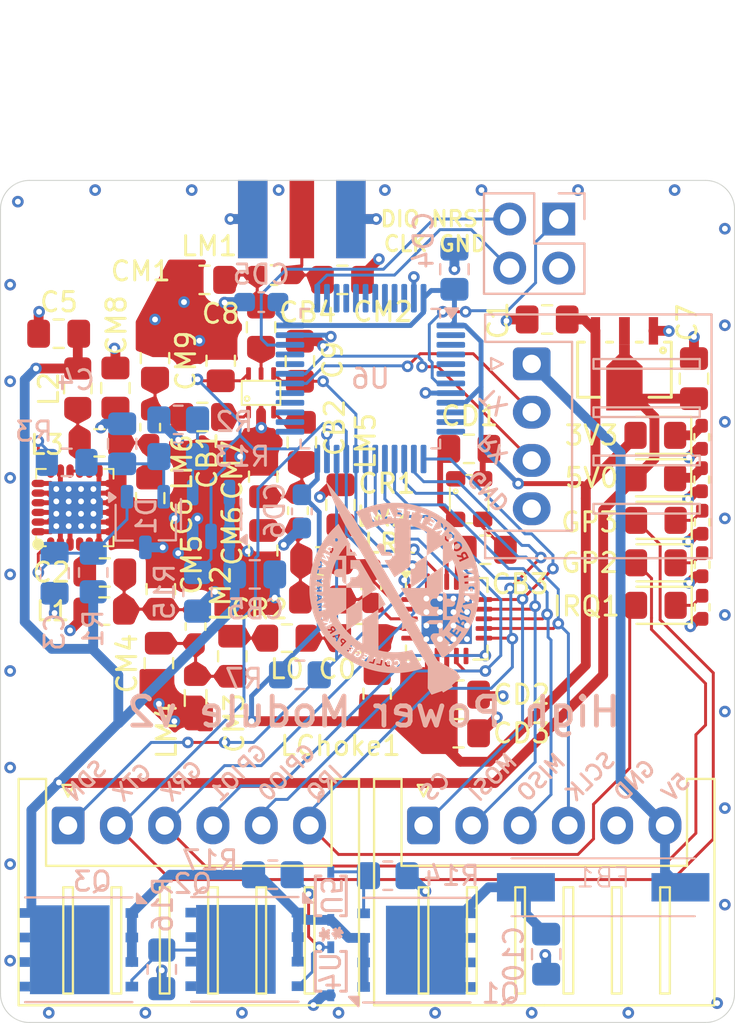
<source format=kicad_pcb>
(kicad_pcb (version 20240108) (generator "pcbnew") (generator_version "8.0")
  (layers (0 "F.Cu" signal) (1 "In1.Cu" signal) (2 "In2.Cu" signal) (31 "B.Cu" signal) (34 "B.Paste" user) (35 "F.Paste" user) (36 "B.SilkS" user "B.Silkscreen") (37 "F.SilkS" user "F.Silkscreen") (38 "B.Mask" user) (39 "F.Mask" user) (44 "Edge.Cuts" user))
  (net 0 "")
  (net 1 "Net-(C2-Pad2)")
  (net 2 "Net-(C6-Pad2)")
  (net 3 "GND")
  (net 4 "Net-(PA1-Vbias)")
  (net 5 "AND")
  (net 6 "+5V")
  (net 7 "RF2")
  (net 8 "GPIO3")
  (net 9 "GPIO2")
  (net 10 "TX")
  (net 11 "Net-(RFS1-RF1)")
  (net 12 "Net-(RFS1-RF2)")
  (net 13 "RF1")
  (net 14 "Net-(TCXO1-OUTPUT)")
  (net 15 "XO_IN")
  (net 16 "Net-(CB4-Pad2)")
  (net 17 "Net-(RFS1-RFC)")
  (net 18 "+3.3V")
  (net 19 "Net-(J2-In)")
  (net 20 "Net-(CM3-Pad1)")
  (net 21 "RXn")
  (net 22 "RXp")
  (net 23 "CS")
  (net 24 "Net-(GPIO2-K)")
  (net 25 "GPIO1")
  (net 26 "GPIO0")
  (net 27 "IRQ")
  (net 28 "Net-(GPIO3-K)")
  (net 29 "MOSI")
  (net 30 "SCLK")
  (net 31 "MISO")
  (net 32 "SDN")
  (net 33 "PAin")
  (net 34 "Net-(CM3-Pad2)")
  (net 35 "Net-(PA1-Iref)")
  (net 36 "Net-(IRQ1-K)")
  (net 37 "Net-(C4-Pad2)")
  (net 42 "Net-(3V3-K)")
  (net 43 "Net-(CM6-Pad1)")
  (net 44 "Net-(L2-Pad2)")
  (net 45 "Net-(C0-Pad2)")
  (net 46 "VIN")
  (net 47 "Net-(Q1-G)")
  (net 48 "Net-(Q1-S)")
  (net 49 "Net-(Q2-D)")
  (net 50 "Net-(Q2-G)")
  (net 51 "NRST")
  (net 69 "GNDX")
  (net 70 "Net-(5V0-K)")
  (net 78 "SRX")
  (net 79 "SWDIO")
  (net 80 "SWCLK")
  (net 81 "STX")
  (net 82 "Net-(Q1-D)")
  (footprint "Inductor_SMD:L_0805_2012Metric_Pad1.15x1.40mm_HandSolder" (layer "F.Cu") (at 130.125 83.9875)
    (property "Reference" "L3")
    (property "Value" "3.0nH" (hide yes))
  )
  (footprint "Capacitor_SMD:C_0805_2012Metric_Pad1.18x1.45mm_HandSolder" (layer "F.Cu") (at 138.6 89.5625 -90)
    (property "Reference" "CM6")
    (property "Value" "22pF" (hide yes))
  )
  (footprint "LED_SMD:LED_0805_2012Metric_Pad1.15x1.40mm_HandSolder" (layer "F.Cu") (at 158.925 88 180)
    (property "Reference" "GP3")
    (property "Value" "LED" (hide yes))
  )
  (footprint "Capacitor_SMD:C_0805_2012Metric_Pad1.18x1.45mm_HandSolder" (layer "F.Cu") (at 153.3 77.6)
    (property "Reference" "C1")
    (property "Value" "1uF" (hide yes))
  )
  (footprint "Capacitor_SMD:C_0805_2012Metric_Pad1.18x1.45mm_HandSolder" (layer "F.Cu") (at 133.2 95.4 -90)
    (property "Reference" "CM4")
    (property "Value" "22pF" (hide yes))
  )
  (footprint "Inductor_SMD:L_0603_1608Metric_Pad1.05x0.95mm_HandSolder" (layer "F.Cu") (at 135.1 93.5 90)
    (property "Reference" "LM2")
    (property "Value" "11nH" (hide yes))
  )
  (footprint "Capacitor_SMD:C_0805_2012Metric_Pad1.18x1.45mm_HandSolder" (layer "F.Cu") (at 136.4 79.7375 -90)
    (property "Reference" "C8")
    (property "Value" "1uF" (hide yes))
  )
  (footprint "Resistor_SMD:R_0402_1005Metric_Pad0.72x0.64mm_HandSolder" (layer "F.Cu") (at 161.325 90.2975 -90)
    (property "Reference" "R6" (hide yes))
    (property "Value" "5.1k" (hide yes))
  )
  (footprint "LED_SMD:LED_0805_2012Metric_Pad1.15x1.40mm_HandSolder" (layer "F.Cu") (at 158.9 83.6 180)
    (property "Reference" "3V3")
    (property "Value" "LED" (hide yes))
  )
  (footprint "Inductor_SMD:L_0805_2012Metric_Pad1.05x1.20mm_HandSolder" (layer "F.Cu") (at 135.1 97.2 90)
    (property "Reference" "LM4")
    (property "Value" "18nH" (hide yes))
  )
  (footprint "Capacitor_SMD:C_0805_2012Metric_Pad1.18x1.45mm_HandSolder" (layer "F.Cu") (at 150.1 89.525)
    (property "Reference" "CB3")
    (property "Value" "10nF" (hide yes))
  )
  (footprint "Capacitor_SMD:C_0805_2012Metric_Pad1.18x1.45mm_HandSolder" (layer "F.Cu") (at 137 95.0375 -90)
    (property "Reference" "CM3")
    (property "Value" "6.2pF" (hide yes))
  )
  (footprint "Resistor_SMD:R_0402_1005Metric_Pad0.72x0.64mm_HandSolder" (layer "F.Cu") (at 161.3 83.7 -90)
    (property "Reference" "R12" (hide yes))
    (property "Value" "5.1k" (hide yes))
  )
  (footprint "Inductor_SMD:L_0603_1608Metric_Pad1.05x0.95mm_HandSolder" (layer "F.Cu") (at 144.2 91.4 -90)
    (property "Reference" "LR1")
    (property "Value" "62nH" (hide yes))
  )
  (footprint "Inductor_SMD:L_0805_2012Metric_Pad1.15x1.40mm_HandSolder" (layer "F.Cu") (at 141.6 90.1 180)
    (property "Reference" "LR2")
    (property "Value" "56nH" (hide yes))
  )
  (footprint "Capacitor_SMD:C_0805_2012Metric_Pad1.18x1.45mm_HandSolder" (layer "F.Cu") (at 133.3 91.5625 90)
    (property "Reference" "CM5")
    (property "Value" "22pF" (hide yes))
  )
  (footprint "LED_SMD:LED_0805_2012Metric_Pad1.15x1.40mm_HandSolder" (layer "F.Cu") (at 158.925 92.4 180)
    (property "Reference" "IRQ1")
    (property "Value" "LED" (hide yes))
  )
  (footprint "Avionics:TG2520SMN" (layer "F.Cu") (at 149.2625 86.9 -90)
    (property "Reference" "TCXO1" (hide yes))
    (property "Value" "TG2520SMN" (hide yes))
  )
  (footprint "MountingHole:MountingHole_3.2mm_M3" (layer "F.Cu") (at 128.5 97.5)
    (property "Reference" "H4" (hide yes))
    (property "Value" "MountingHole" (hide yes))
  )
  (footprint "Resistor_SMD:R_0402_1005Metric_Pad0.72x0.64mm_HandSolder" (layer "F.Cu") (at 161.325 92.5025 -90)
    (property "Reference" "R10" (hide yes))
    (property "Value" "5.1k" (hide yes))
  )
  (footprint "Capacitor_SMD:C_0805_2012Metric_Pad1.18x1.45mm_HandSolder" (layer "F.Cu") (at 141.5625 92.1 180)
    (property "Reference" "CR2")
    (property "Value" "2.2pF" (hide yes))
  )
  (footprint "LED_SMD:LED_0805_2012Metric_Pad1.15x1.40mm_HandSolder" (layer "F.Cu") (at 158.925 90.2 180)
    (property "Reference" "GP2")
    (property "Value" "LED" (hide yes))
  )
  (footprint "Avionics:CG2409M2" (layer "F.Cu") (at 138.49 81.4 90)
    (property "Reference" "RFS1" (hide yes))
    (property "Value" "CG2409M2" (hide yes))
  )
  (footprint "Capacitor_SMD:C_0805_2012Metric_Pad1.18x1.45mm_HandSolder" (layer "F.Cu") (at 135.5625 75.55 180)
    (property "Reference" "CM1")
    (property "Value" "22pF" (hide yes))
  )
  (footprint "MountingHole:MountingHole_3.2mm_M3" (layer "F.Cu") (at 128.5 73.5)
    (property "Reference" "H1" (hide yes))
    (property "Value" "MountingHole" (hide yes))
  )
  (footprint "Capacitor_SMD:C_0805_2012Metric_Pad1.18x1.45mm_HandSolder" (layer "F.Cu") (at 149.25 84.3 180)
    (property "Reference" "CD1")
    (property "Value" "10uF" (hide yes))
  )
  (footprint "Capacitor_SMD:C_0805_2012Metric_Pad1.18x1.45mm_HandSolder" (layer "F.Cu") (at 140.5 79.7625 90)
    (property "Reference" "C9")
    (property "Value" "1uF" (hide yes))
  )
  (footprint "Resistor_SMD:R_0402_1005Metric_Pad0.72x0.64mm_HandSolder" (layer "F.Cu") (at 161.325 88.1 -90)
    (property "Reference" "R5" (hide yes))
    (property "Value" "5.1k" (hide yes))
  )
  (footprint "Capacitor_SMD:C_0805_2012Metric_Pad1.18x1.45mm_HandSolder" (layer "F.Cu") (at 138.6 85.7375 90)
    (property "Reference" "CM7")
    (property "Value" "22pF" (hide yes))
  )
  (footprint "adafruit:SMA_EDGELAUNCH" (layer "F.Cu") (at 140.6 70.368 -90)
    (property "Reference" "J2" (hide yes))
    (property "Value" "SMA" (hide yes))
  )
  (footprint "Inductor_SMD:L_0805_2012Metric_Pad1.15x1.40mm_HandSolder" (layer "F.Cu") (at 139.825 94.1 180)
    (property "Reference" "L0")
    (property "Value" "15nH" (hide yes))
  )
  (footprint "Avionics:TQP7M9106" (layer "F.Cu") (at 128.85 87.34 90)
    (property "Reference" "PA1" (hide yes))
    (property "Value" "~" (hide yes))
  )
  (footprint "Capacitor_SMD:C_0805_2012Metric_Pad1.18x1.45mm_HandSolder" (layer "F.Cu") (at 130.4 90.7)
    (property "Reference" "C2")
    (property "Value" "36pF" (hide yes))
  )
  (footprint "Capacitor_SMD:C_0805_2012Metric_Pad1.18x1.45mm_HandSolder" (layer "F.Cu") (at 142.7025 75.55)
    (property "Reference" "CM2")
    (property "Value" "22pF" (hide yes))
  )
  (footprint "Capacitor_SMD:C_0805_2012Metric_Pad1.18x1.45mm_HandSolder" (layer "F.Cu") (at 138.49 78 90)
    (property "Reference" "CB4")
    (property "Value" "1uF" (hide yes))
  )
  (footprint "Capacitor_SMD:C_0805_2012Metric_Pad1.18x1.45mm_HandSolder" (layer "F.Cu") (at 148.7125 99.025)
    (property "Reference" "CD3")
    (property "Value" "10uF" (hide yes))
  )
  (footprint "Capacitor_SMD:C_0805_2012Metric_Pad1.18x1.45mm_HandSolder" (layer "F.Cu") (at 128.0125 78.3375 180)
    (property "Reference" "C5")
    (property "Value" "10uF" (hide yes))
  )
  (footprint "Capacitor_SMD:C_0805_2012Metric_Pad1.18x1.45mm_HandSolder" (layer "F.Cu") (at 148.7125 97.025)
    (property "Reference" "CD2")
    (property "Value" "10uF" (hide yes))
  )
  (footprint "LED_SMD:LED_0805_2012Metric_Pad1.15x1.40mm_HandSolder" (layer "F.Cu") (at 158.9 85.7975 180)
    (property "Reference" "5V0")
    (property "Value" "LED" (hide yes))
  )
  (footprint "Capacitor_SMD:C_0805_2012Metric_Pad1.18x1.45mm_HandSolder" (layer "F.Cu") (at 142.6 87.2 -90)
    (property "Reference" "CR1")
    (property "Value" "4.7pF" (hide yes))
  )
  (footprint "Avionics:SOT-89_3MC_MCH" (layer "F.Cu") (at 157.3 80.2 180)
    (property "Reference" "U3" (hide yes))
    (property "Value" "MCP1703AT-3302E/MB" (hide yes))
  )
  (footprint "Connector_JST:JST_XH_S6B-XH-A_1x06_P2.50mm_Horizontal" (layer "F.Cu") (at 128.5 103.8)
    (property "Reference" "J3" (hide yes))
    (property "Value" "Conn_01x06_Pin" (hide yes))
  )
  (footprint "Capacitor_SMD:C_0805_2012Metric_Pad1.18x1.45mm_HandSolder" (layer "F.Cu") (at 132.75 86.85 90)
    (property "Reference" "C6")
    (property "Value" "39pF" (hide yes))
  )
  (footprint "Inductor_SMD:L_0603_1608Metric_Pad1.05x0.95mm_HandSolder" (layer "F.Cu") (at 132.75 83.175 90)
    (property "Reference" "LM6")
    (property "Value" "11nH" (hide yes))
  )
  (footprint "Connector_JST:JST_XH_S6B-XH-A_1x06_P2.50mm_Horizontal" (layer "F.Cu") (at 146.9 103.8)
    (property "Reference" "J1" (hide yes))
    (property "Value" "Conn_01x06_Pin" (hide yes))
  )
  (footprint "Capacitor_SMD:C_0805_2012Metric_Pad1.18x1.45mm_HandSolder" (layer "F.Cu") (at 135.45 82.65 180)
    (property "Reference" "CB1")
    (property "Value" "1uF" (hide yes))
  )
  (footprint "Avionics:Si4463" (layer "F.Cu") (at 148.1 93.1)
    (property "Reference" "U1" (hide yes))
    (property "Value" "Si4463" (hide yes))
  )
  (footprint "MountingHole:MountingHole_3.2mm_M3" (layer "F.Cu") (at 159.5 73.5)
    (property "Reference" "H2" (hide yes))
    (property "Value" "MountingHole" (hide yes))
  )
  (footprint "MountingHole:MountingHole_3.2mm_M3" (layer "F.Cu") (at 159.5 97.5)
    (property "Reference" "H3" (hide yes))
    (property "Value" "MountingHole" (hide yes))
  )
  (footprint "Inductor_SMD:L_0805_2012Metric_Pad1.15x1.40mm_HandSolder" (layer "F.Cu") (at 130.375 92.7)
    (property "Reference" "L1")
    (property "Value" "3.3nH" (hide yes))
  )
  (footprint "Capacitor_SMD:C_0805_2012Metric_Pad1.18x1.45mm_HandSolder" (layer "F.Cu") (at 160.9 80.6625 90)
    (property "Reference" "C7")
    (property "Value" "1uF" (hide yes))
  )
  (footprint "Capacitor_SMD:C_0805_2012Metric_Pad1.18x1.45mm_HandSolder" (layer "F.Cu") (at 143.6 94.1 180)
    (property "Reference" "C0")
    (property "Value" "9.1pF" (hide yes))
  )
  (footprint "Capacitor_SMD:C_0805_2012Metric_Pad1.18x1.45mm_HandSolder" (layer "F.Cu") (at 140.6 83.9625 90)
    (property "Reference" "CB2")
    (property "Value" "1uF" (hide yes))
  )
  (footprint "Inductor_SMD:L_0805_2012Metric_Pad1.15x1.40mm_HandSolder" (layer "F.Cu") (at 129 81.1625 -90)
    (property "Reference" "L2")
    (property "Value" "56nH" (hide yes))
  )
  (footprint "Inductor_SMD:L_0603_1608Metric_Pad1.05x0.95mm_HandSolder" (layer "F.Cu") (at 140.4 87.5 90)
    (property "Reference" "LM5")
    (property "Value" "11nH" (hide yes))
  )
  (footprint "Resistor_SMD:R_0402_1005Metric_Pad0.72x0.64mm_HandSolder" (layer "F.Cu") (at 161.3 85.8975 -90)
    (property "Reference" "R4" (hide yes))
    (property "Value" "5.1k" (hide yes))
  )
  (footprint "Inductor_SMD:L_0805_2012Metric_Pad1.15x1.40mm_HandSolder" (layer "F.Cu") (at 144.5 96.975 90)
    (property "Reference" "LChoke1")
    (property "Value" "220nH" (hide yes))
  )
  (footprint "Inductor_SMD:L_0603_1608Metric_Pad1.05x0.95mm_HandSolder" (layer "F.Cu") (at 139.165 75.3)
    (property "Reference" "LM1")
    (property "Value" "11nH" (hide yes))
  )
  (footprint "Capacitor_SMD:C_0805_2012Metric_Pad1.18x1.45mm_HandSolder" (layer "F.Cu") (at 130.95 81.15 90)
    (property "Reference" "CM8")
    (property "Value" "22pF" (hide yes))
  )
  (footprint "Capacitor_SMD:C_0805_2012Metric_Pad1.18x1.45mm_HandSolder" (layer "F.Cu") (at 133 79.6 90)
    (property "Reference" "CM9")
    (property "Value" "22pF" (hide yes))
  )
  (footprint "Capacitor_SMD:C_0805_2012Metric_Pad1.18x1.45mm_HandSolder" (layer "B.Cu") (at 138.1625 90.8)
    (property "Reference" "CB5")
    (property "Value" "0.1uF" (hide yes))
  )
  (footprint "Resistor_SMD:R_0805_2012Metric_Pad1.20x1.40mm_HandSolder" (layer "B.Cu") (at 134.2 84.7 180)
    (property "Reference" "R13")
    (property "Value" "215" (hide yes))
  )
  (footprint "Resistor_SMD:R_0805_2012Metric_Pad1.20x1.40mm_HandSolder" (layer "B.Cu") (at 139.1 106.35)
    (property "Reference" "R17")
    (property "Value" "100M" (hide yes))
  )
  (footprint "Resistor_SMD:R_0805_2012Metric_Pad1.20x1.40mm_HandSolder" (layer "B.Cu") (at 134.2 82.8)
    (property "Reference" "R2")
    (property "Value" "100k" (hide yes))
  )
  (footprint "Avionics:W7427931" (layer "B.Cu") (at 156.2 107 180)
    (property "Reference" "FB1")
    (property "Value" "Wurth 7427931" (hide yes))
  )
  (footprint "Avionics:LOGO" (layer "B.Cu") (at 145.399661 91.005512 180)
    (property "Reference" "G***" (hide yes))
    (property "Value" "LOGO" (hide yes))
  )
  (footprint "Avionics:DIO_UDZSTE_ROM" (layer "B.Cu") (at 142.1 107.4446 90)
    (property "Reference" "U5")
    (property "Value" "~")
  )
  (footprint "Avionics:DIO_UDZSTE_ROM" (layer "B.Cu") (at 142.1 111.35 -90)
    (property "Reference" "U4")
    (property "Value" "~")
  )
  (footprint "Inductor_SMD:L_0805_2012Metric_Pad1.15x1.40mm_HandSolder" (layer "B.Cu") (at 128.425 85 180)
    (property "Reference" "R3")
    (property "Value" "68nH" (hide yes))
  )
  (footprint "Package_TO_SOT_SMD:TSOT-23" (layer "B.Cu") (at 132.5 88.09 -90)
    (property "Reference" "D1")
    (property "Value" "SM05T1G" (hide yes))
  )
  (footprint "Capacitor_SMD:C_0805_2012Metric_Pad1.18x1.45mm_HandSolder" (layer "B.Cu") (at 153.25 110.4625 -90)
    (property "Reference" "C10")
    (property "Value" "10uF" (hide yes))
  )
  (footprint "Package_QFP:LQFP-48_7x7mm_P0.5mm" (layer "B.Cu") (at 144.15 80.6625 180)
    (property "Reference" "U6")
    (property "Value" "STM32F103C8Tx" (hide yes))
  )
  (footprint "Capacitor_SMD:C_0603_1608Metric_Pad1.08x0.95mm_HandSolder" (layer "B.Cu") (at 140.6 87.5375 -90)
    (property "Reference" "CD6")
    (property "Value" "10n" (hide yes))
  )
  (footprint "Capacitor_SMD:C_0805_2012Metric_Pad1.18x1.45mm_HandSolder" (layer "B.Cu") (at 131.3 84.0375 -90)
    (property "Reference" "C4")
    (property "Value" "0.1uF" (hide yes))
  )
  (footprint "Resistor_SMD:R_0805_2012Metric_Pad1.20x1.40mm_HandSolder" (layer "B.Cu") (at 135.2 91.7 90)
    (property "Reference" "R15")
    (property "Value" "10k" (hide yes))
  )
  (footprint "Connector_JST:JST_XH_S4B-XH-A_1x04_P2.50mm_Horizontal" (layer "B.Cu") (at 152.5 79.9 -90)
    (property "Reference" "J7" (hide yes))
    (property "Value" "UART" (hide yes))
  )
  (footprint "Avionics:AONS21309C" (layer "B.Cu") (at 146.55 110.255)
    (property "Reference" "Q1")
    (property "Value" "PMOS" (hide yes))
  )
  (footprint "Capacitor_SMD:C_0805_2012Metric_Pad1.18x1.45mm_HandSolder" (layer "B.Cu") (at 127.8 90.7375 90)
    (property "Reference" "C3")
    (property "Value" "100pF" (hide yes))
  )
  (footprint "Resistor_SMD:R_0805_2012Metric_Pad1.20x1.40mm_HandSolder" (layer "B.Cu") (at 145.05 106.4)
    (property "Reference" "R14")
    (property "Value" "10k" (hide yes))
  )
  (footprint "Package_TO_SOT_SMD:SOT-23-5" (layer "B.Cu") (at 135.9 87.7 90)
    (property "Reference" "U2" (hide yes))
    (property "Value" "SN74LV1T08QDBVRQ1" (hide yes))
  )
  (footprint "Resistor_SMD:R_0805_2012Metric_Pad1.20x1.40mm_HandSolder" (layer "B.Cu") (at 140.5 96)
    (property "Reference" "R7")
    (property "Value" "10k" (hide yes))
  )
  (footprint "Resistor_SMD:R_0805_2012Metric_Pad1.20x1.40mm_HandSolder" (layer "B.Cu") (at 133.35 111.25 90)
    (property "Reference" "R16")
    (property "Value" "10k" (hide yes))
  )
  (footprint "Capacitor_SMD:C_0603_1608Metric_Pad1.08x0.95mm_HandSolder" (layer "B.Cu") (at 138.5 76.7 180)
    (property "Reference" "CD5")
    (property "Value" "10n" (hide yes))
  )
  (footprint "Capacitor_SMD:C_0805_2012Metric_Pad1.18x1.45mm_HandSolder" (layer "B.Cu") (at 148.5 75 90)
    (property "Reference" "CD4")
    (property "Value" "4.7u" (hide yes))
  )
  (footprint "Resistor_SMD:R_0805_2012Metric_Pad1.20x1.40mm_HandSolder" (layer "B.Cu") (at 129.8 90.7 90)
    (property "Reference" "R1")
    (property "Value" "280" (hide yes))
  )
  (footprint "Avionics:AONS21309C" (layer "B.Cu") (at 137.65 110.215 180)
    (property "Reference" "Q2")
    (property "Value" "PMOS" (hide yes))
  )
  (footprint "Avionics:AONS21309C" (layer "B.Cu") (at 129.05 110.235 180)
    (property "Reference" "Q3")
    (property "Value" "PMOS" (hide yes))
  )
  (footprint "Connector_PinHeader_2.54mm:PinHeader_2x02_P2.54mm_Vertical" (layer "B.Cu") (at 153.9 72.4 180)
    (property "Reference" "J5" (hide yes))
    (property "Value" "Conn_01x04_Pin" (hide yes))
  )
  (gr_arc (start 161.5 70.4) (mid 162.56066 70.83934) (end 163 71.9) (stroke (width 0.05)) (layer "Edge.Cuts"))
  (gr_line (start 126.499999 70.399999) (end 161.5 70.4) (stroke (width 0.05)) (layer "Edge.Cuts"))
  (gr_line (start 163 71.9) (end 163.000001 112.500001) (stroke (width 0.05)) (layer "Edge.Cuts"))
  (gr_arc (start 163.000001 112.500001) (mid 162.560661 113.560661) (end 161.500001 114.000001) (stroke (width 0.05)) (layer "Edge.Cuts"))
  (gr_arc (start 124.999999 71.899999) (mid 125.439339 70.839339) (end 126.499999 70.399999) (stroke (width 0.05)) (layer "Edge.Cuts"))
  (gr_line (start 161.500001 114.000001) (end 126.499999 114.000001) (stroke (width 0.05)) (layer "Edge.Cuts"))
  (gr_arc (start 126.499999 114.000001) (mid 125.439339 113.560661) (end 124.999999 112.500001) (stroke (width 0.05)) (layer "Edge.Cuts"))
  (gr_line (start 124.999999 112.500001) (end 124.999999 71.899999) (stroke (width 0.05)) (layer "Edge.Cuts"))
  (gr_text "GRX" (at 133.5 102.4 45) (layer "B.SilkS") (effects (font (size 0.8 0.8) (thickness 0.15) (bold yes)) (justify right mirror)))
  (gr_text "SDN" (at 128.5 102.4 45) (layer "B.SilkS") (effects (font (size 0.8 0.8) (thickness 0.15) (bold yes)) (justify right mirror)))
  (gr_text "GND" (at 156.9 102.4 45) (layer "B.SilkS") (effects (font (size 0.8 0.8) (thickness 0.15) (bold yes)) (justify right mirror)))
  (gr_text "GND" (at 151.2 87.4 135) (layer "B.SilkS") (effects (font (size 0.8 0.8) (thickness 0.15) (bold yes)) (justify right mirror)))
  (gr_text "SCLK\n" (at 154.4 102.4 45) (layer "B.SilkS") (effects (font (size 0.8 0.8) (thickness 0.15) (bold yes)) (justify right mirror)))
  (gr_text "GPIO1" (at 136 102.4 45) (layer "B.SilkS") (effects (font (size 0.8 0.8) (thickness 0.15) (bold yes)) (justify right mirror)))
  (gr_text "IRQ\n" (at 141 102.4 45) (layer "B.SilkS") (effects (font (size 0.8 0.8) (thickness 0.15) (bold yes)) (justify right mirror)))
  (gr_text "TX" (at 151.1 82.4 135) (layer "B.SilkS") (effects (font (size 0.8 0.8) (thickness 0.15) (bold yes)) (justify right mirror)))
  (gr_text "GTX" (at 131 102.4 45) (layer "B.SilkS") (effects (font (size 0.8 0.8) (thickness 0.15) (bold yes)) (justify right mirror)))
  (gr_text "MOSI\n" (at 149.4 102.4 45) (layer "B.SilkS") (effects (font (size 0.8 0.8) (thickness 0.15) (bold yes)) (justify right mirror)))
  (gr_text "CS\n" (at 146.9 102.4 45) (layer "B.SilkS") (effects (font (size 0.8 0.8) (thickness 0.15) (bold yes)) (justify right mirror)))
  (gr_text "5V" (at 159.4 102.4 45) (layer "B.SilkS") (effects (font (size 0.8 0.8) (thickness 0.15) (bold yes)) (justify right mirror)))
  (gr_text "MISO\n" (at 151.9 102.4 45) (layer "B.SilkS") (effects (font (size 0.8 0.8) (thickness 0.15) (bold yes)) (justify right mirror)))
  (gr_text "GPIO0" (at 138.5 102.4 45) (layer "B.SilkS") (effects (font (size 0.8 0.8) (thickness 0.15) (bold yes)) (justify right mirror)))
  (gr_text "High Power Module v2" (at 131.4 98.8 0) (layer "B.SilkS") (effects (font (size 1.5 1.5) (thickness 0.25) (bold yes)) (justify right bottom mirror)))
  (gr_text "RX" (at 151.1 84.9 135) (layer "B.SilkS") (effects (font (size 0.8 0.8) (thickness 0.15) (bold yes)) (justify right mirror)))
  (gr_text "DIO NRST\nCLK GND" (at 147.5 74.15 0) (layer "F.SilkS") (effects (font (size 0.8 0.8) (thickness 0.15) (bold yes)) (justify bottom)))
  (segment (start 135.1 92.625) (end 133.325 92.625) (width 0.156464) (layer "F.Cu") (net 1))
  (segment (start 133.325 92.625) (end 133.3 92.6) (width 0.156464) (layer "F.Cu") (net 1))
  (segment (start 131.5 92.6) (end 131.4 92.7) (width 0.156464) (layer "F.Cu") (net 1))
  (segment (start 133.3 92.6) (end 131.5 92.6) (width 0.156464) (layer "F.Cu") (net 1))
  (segment (start 131.4 90.7375) (end 131.4375 90.7) (width 0.156464) (layer "F.Cu") (net 1))
  (segment (start 131.4 92.7) (end 131.4 90.7375) (width 0.156464) (layer "F.Cu") (net 1))
  (segment (start 132.75 84.05) (end 132.75 85.8125) (width 0.156464) (layer "F.Cu") (net 2))
  (segment (start 132.6875 83.9875) (end 132.75 84.05) (width 0.156464) (layer "F.Cu") (net 2))
  (segment (start 130.95 83.7875) (end 131.15 83.9875) (width 0.156464) (layer "F.Cu") (net 2))
  (segment (start 131.15 83.9875) (end 132.6875 83.9875) (width 0.156464) (layer "F.Cu") (net 2))
  (segment (start 130.95 82.1875) (end 130.95 83.7875) (width 0.156464) (layer "F.Cu") (net 2))
  (segment (start 130.74 88.59) (end 130.1 88.59) (width 0.254) (layer "F.Cu") (net 3))
  (segment (start 133 78.5625) (end 133 77.6) (width 0.508) (layer "F.Cu") (net 3))
  (segment (start 127.82 87.59) (end 127.89 87.66) (width 0.254) (layer "F.Cu") (net 3))
  (segment (start 127.82 87.09) (end 127.89 87.02) (width 0.254) (layer "F.Cu") (net 3))
  (segment (start 130.1 85.45) (end 130.1 86.09) (width 0.254) (layer "F.Cu") (net 3))
  (segment (start 138.49 83.19) (end 138.5 83.2) (width 0.508) (layer "F.Cu") (net 3))
  (segment (start 129.88 87.59) (end 129.81 87.66) (width 0.254) (layer "F.Cu") (net 3))
  (segment (start 128.1 85.45) (end 128.1 86.59) (width 0.254) (layer "F.Cu") (net 3))
  (segment (start 138.6 90.6) (end 138.6 90.4) (width 0.508) (layer "F.Cu") (net 3))
  (segment (start 161.0025 88.6975) (end 160.6 89.1) (width 0.508) (layer "F.Cu") (net 3))
  (segment (start 128.1 86.59) (end 128.85 87.34) (width 0.254) (layer "F.Cu") (net 3))
  (segment (start 130.02 86.59) (end 129.81 86.38) (width 0.254) (layer "F.Cu") (net 3))
  (segment (start 126.975 77.225) (end 127 77.2) (width 0.508) (layer "F.Cu") (net 3))
  (segment (start 132.75 87.8875) (end 134.010217 87.8875) (width 0.508) (layer "F.Cu") (net 3))
  (segment (start 126.96 86.59) (end 127.46 86.59) (width 0.254) (layer "F.Cu") (net 3))
  (segment (start 133.2 96.4375) (end 133.2 97.5) (width 0.508) (layer "F.Cu") (net 3))
  (segment (start 126.975 78.3375) (end 126.975 77.225) (width 0.508) (layer "F.Cu") (net 3))
  (segment (start 142.1625 86.1625) (end 141.533001 86.791999) (width 0.508) (layer "F.Cu") (net 3))
  (segment (start 152.2625 77.6) (end 151.264852 77.6) (width 0.508) (layer "F.Cu") (net 3))
  (segment (start 134.525 75.55) (end 134.525 76.675) (width 0.508) (layer "F.Cu") (net 3))
  (segment (start 127.6 88.59) (end 127.89 88.3) (width 0.254) (layer "F.Cu") (net 3))
  (segment (start 130.74 88.09) (end 130.02 88.09) (width 0.254) (layer "F.Cu") (net 3))
  (segment (start 160.997278 90.895) (end 160.652898 91.23938) (width 0.508) (layer "F.Cu") (net 3))
  (segment (start 138.6 90.6) (end 138.511191 90.6) (width 0.508) (layer "F.Cu") (net 3))
  (segment (start 161.3 84.2975) (end 161.093346 84.2975) (width 0.508) (layer "F.Cu") (net 3))
  (segment (start 130.95 79.15) (end 130.9 79.1) (width 0.508) (layer "F.Cu") (net 3))
  (segment (start 134.011359 87.888642) (end 134.022718 87.900001) (width 0.508) (layer "F.Cu") (net 3))
  (segment (start 128.53 88.3) (end 128.6 88.37) (width 0.254) (layer "F.Cu") (net 3))
  (segment (start 127.89 88.3) (end 128.1 88.51) (width 0.254) (layer "F.Cu") (net 3))
  (segment (start 133.3 90.525) (end 133.375 90.525) (width 0.508) (layer "F.Cu") (net 3))
  (segment (start 130.74 86.59) (end 130.02 86.59) (width 0.254) (layer "F.Cu") (net 3))
  (segment (start 128.6 88.37) (end 128.6 89.23) (width 0.254) (layer "F.Cu") (net 3))
  (segment (start 134.011358 87.888642) (end 134.011359 87.888642) (width 0.508) (layer "F.Cu") (net 3))
  (segment (start 129.35 92.95) (end 128.6 93.7) (width 0.508) (layer "F.Cu") (net 3))
  (segment (start 130.95 80.1125) (end 130.95 79.15) (width 0.508) (layer "F.Cu") (net 3))
  (segment (start 130.74 87.09) (end 129.88 87.09) (width 0.254) (layer "F.Cu") (net 3))
  (segment (start 127.46 86.59) (end 127.89 87.02) (width 0.254) (layer "F.Cu") (net 3))
  (segment (start 130.1 86.09) (end 128.85 87.34) (width 0.254) (layer "F.Cu") (net 3))
  (segment (start 134.05 98.35) (end 134 98.4) (width 0.508) (layer "F.Cu") (net 3))
  (segment (start 161.325 93.1) (end 161.101543 93.1) (width 0.508) (layer "F.Cu") (net 3))
  (segment (start 151.264852 77.6) (end 151.191852 77.673) (width 0.508) (layer "F.Cu") (net 3))
  (segment (start 126.96 87.09) (end 127.82 87.09) (width 0.254) (layer "F.Cu") (net 3))
  (segment (start 130.1 86.09) (end 129.81 86.38) (width 0.254) (layer "F.Cu") (net 3))
  (segment (start 130.74 86.09) (end 130.1 86.09) (width 0.254) (layer "F.Cu") (net 3))
  (segment (start 135.1 98.35) (end 134.05 98.35) (width 0.508) (layer "F.Cu") (net 3))
  (segment (start 138.6 84.7) (end 137.4 84.7) (width 0.508) (layer "F.Cu") (net 3))
  (segment (start 138.6 90.4) (end 137.8 89.6) (width 0.508) (layer "F.Cu") (net 3))
  (segment (start 127.6 86.09) (end 127.89 86.38) (width 0.254) (layer "F.Cu") (net 3))
  (segment (start 140.5 78.725) (end 141.4512 78.725) (width 0.508) (layer "F.Cu") (net 3))
  (segment (start 136.4 78.7) (end 135.3 78.7) (width 0.508) (layer "F.Cu") (net 3))
  (segment (start 160.9 79.625) (end 160.9 78.5) (width 0.508) (layer "F.Cu") (net 3))
  (segment (start 130.1 88.59) (end 130.1 89.23) (width 0.254) (layer "F.Cu") (net 3))
  (segment (start 149.775 97.1) (end 151 97.1) (width 0.508) (layer "F.Cu") (net 3))
  (segment (start 130.02 88.09) (end 129.81 88.3) (width 0.254) (layer "F.Cu") (net 3))
  (segment (start 127.46 88.09) (end 127.89 87.66) (width 0.254) (layer "F.Cu") (net 3))
  (segment (start 161.101543 93.1) (end 160.712917 93.488626) (width 0.508) (layer "F.Cu") (net 3))
  (segment (start 149.8 99.1) (end 150.7 98.2) (width 0.508) (layer "F.Cu") (net 3))
  (segment (start 161.325 90.895) (end 160.997278 90.895) (width 0.508) (layer "F.Cu") (net 3))
  (segment (start 143.74 75.32422) (end 144.59042 74.4738) (width 0.508) (layer "F.Cu") (net 3))
  (segment (start 138.49 82.4) (end 138.49 83.19) (width 0.508) (layer "F.Cu") (net 3))
  (segment (start 130.1 88.59) (end 129.81 88.3) (width 0.254) (layer "F.Cu") (net 3))
  (segment (start 134.011358 87.888641) (end 134.011358 87.888642) (width 0.508) (layer "F.Cu") (net 3))
  (segment (start 138.06 72.4) (end 136.9 72.4) (width 0.508) (layer "F.Cu") (net 3))
  (segment (start 133.375 90.525) (end 134.2 89.7) (width 0.508) (layer "F.Cu") (net 3))
  (segment (start 143.14 72.4) (end 144.45 72.4) (width 0.508) (layer "F.Cu") (net 3))
  (segment (start 161.093346 84.2975) (end 160.643993 84.746853) (width 0.508) (layer "F.Cu") (net 3))
  (segment (start 128.1 88.51) (end 128.1 89.23) (width 0.254) (layer "F.Cu") (net 3))
  (segment (start 141.4512 78.725) (end 141.7 78.9738) (width 0.508) (layer "F.Cu") (net 3))
  (segment (start 129.35 92.7) (end 129.35 92.95) (width 0.508) (layer "F.Cu") (net 3))
  (segment (start 134.010217 87.8875) (end 134.011358 87.888641) (width 0.508) (layer "F.Cu") (net 3))
  (segment (start 143.74 75.55) (end 143.74 75.32422) (width 0.508) (layer "F.Cu") (net 3))
  (segment (start 161.001 86.495) (end 160.596 86.9) (width 0.508) (layer "F.Cu") (net 3))
  (segment (start 158.8 78.1888) (end 159.5888 78.1888) (width 0.508) (layer "F.Cu") (net 3))
  (segment (start 126.96 87.59) (end 127.82 87.59) (width 0.254) (layer "F.Cu") (net 3))
  (segment (start 129.88 87.09) (end 129.81 87.02) (width 0.254) (layer "F.Cu") (net 3))
  (segment (start 126.96 86.09) (end 127.6 86.09) (width 0.254) (layer "F.Cu") (net 3))
  (segment (start 126.96 88.59) (end 127.6 88.59) (width 0.254) (layer "F.Cu") (net 3))
  (segment (start 130.74 87.59) (end 129.88 87.59) (width 0.254) (layer "F.Cu") (net 3))
  (segment (start 161.325 88.6975) (end 161.0025 88.6975) (width 0.508) (layer "F.Cu") (net 3))
  (segment (start 161.3 86.495) (end 161.001 86.495) (width 0.508) (layer "F.Cu") (net 3))
  (segment (start 134.525 76.675) (end 134.5 76.7) (width 0.508) (layer "F.Cu") (net 3))
  (segment (start 126.96 88.09) (end 127.46 88.09) (width 0.254) (layer "F.Cu") (net 3))
  (segment (start 142.6 86.1625) (end 142.1625 86.1625) (width 0.508) (layer "F.Cu") (net 3))
  (segment (start 159.5888 78.1888) (end 159.6 78.2) (width 0.508) (layer "F.Cu") (net 3))
  (via (at 149.9 70.9) (size 0.6) (drill 0.3) (layers "F.Cu" "B.Cu") (net 3))
  (via (at 135.2 87.9) (size 0.6) (drill 0.3) (layers "F.Cu" "B.Cu") (net 3))
  (via (at 147 107.2) (size 0.6) (drill 0.3) (layers "F.Cu" "B.Cu") (net 3))
  (via (at 160.652898 91.23938) (size 0.6) (drill 0.3) (layers "F.Cu" "B.Cu") (net 3))
  (via (at 133.4 89.4) (size 0.6) (drill 0.3) (layers "F.Cu" "B.Cu") (net 3))
  (via (at 162.5 92.9) (size 0.6) (drill 0.3) (layers "F.Cu" "B.Cu") (net 3))
  (via (at 162.5 82.9) (size 0.6) (drill 0.3) (layers "F.Cu" "B.Cu") (net 3))
  (via (at 141.9 83.54416) (size 0.6) (drill 0.3) (layers "F.Cu" "B.Cu") (net 3))
  (via (at 144.9 70.9) (size 0.6) (drill 0.3) (layers "F.Cu" "B.Cu") (net 3))
  (via (at 136.6 76.725) (size 0.6) (drill 0.3) (layers "F.Cu" "B.Cu") (net 3))
  (via (at 142.1 78.4895) (size 0.6) (drill 0.3) (layers "F.Cu" "B.Cu") (net 3))
  (via (at 134.2 89.7) (size 0.6) (drill 0.3) (layers "F.Cu" "B.Cu") (net 3))
  (via (at 141.533001 86.791999) (size 0.6) (drill 0.3) (layers "F.Cu" "B.Cu") (net 3))
  (via (at 125.5 95.8) (size 0.6) (drill 0.3) (layers "F.Cu" "B.Cu") (net 3))
  (via (at 152.5 113.5) (size 0.6) (drill 0.3) (layers "F.Cu" "B.Cu") (net 3))
  (via (at 127 77.2) (size 0.6) (drill 0.3) (layers "F.Cu" "B.Cu") (net 3))
  (via (at 162.5 87.9) (size 0.6) (drill 0.3) (layers "F.Cu" "B.Cu") (net 3))
  (via (at 134.2 83.825) (size 0.6) (drill 0.3) (layers "F.Cu" "B.Cu") (net 3))
  (via (at 150.7 98.2) (size 0.6) (drill 0.3) (layers "F.Cu" "B.Cu") (net 3))
  (via (at 162.1 113) (size 0.6) (drill 0.3) (layers "F.Cu" "B.Cu") (net 3))
  (via (at 134.011358 87.888642) (size 0.6) (drill 0.3) (layers "F.Cu" "B.Cu") (net 3))
  (via (at 125.5 105.8) (size 0.6) (drill 0.3) (layers "F.Cu" "B.Cu") (net 3))
  (via (at 136.9 72.4) (size 0.6) (drill 0.3) (layers "F.Cu" "B.Cu") (net 3))
  (via (at 144.45 72.4) (size 0.6) (drill 0.3) (layers "F.Cu" "B.Cu") (net 3))
  (via (at 137.4 84.7) (size 0.6) (drill 0.3) (layers "F.Cu" "B.Cu") (net 3))
  (via (at 134.5 76.7) (size 0.6) (drill 0.3) (layers "F.Cu" "B.Cu") (net 3))
  (via (at 157.5 113.5) (size 0.6) (drill 0.3) (layers "F.Cu" "B.Cu") (net 3))
  (via (at 160.712917 93.488626) (size 0.6) (drill 0.3) (layers "F.Cu" "B.Cu") (net 3))
  (via (at 134 98.4) (size 0.6) (drill 0.3) (layers "F.Cu" "B.Cu") (net 3))
  (via (at 125.5 85.8) (size 0.6) (drill 0.3) (layers "F.Cu" "B.Cu") (net 3))
  (via (at 162.5 102.9) (size 0.6) (drill 0.3) (layers "F.Cu" "B.Cu") (net 3))
  (via (at 147.5 113.5) (size 0.6) (drill 0.3) (layers "F.Cu" "B.Cu") (net 3))
  (via (at 160.643993 84.746853) (size 0.6) (drill 0.3) (layers "F.Cu" "B.Cu") (net 3))
  (via (at 162.5 97.9) (size 0.6) (drill 0.3) (layers "F.Cu" "B.Cu") (net 3))
  (via (at 162.5 107.9) (size 0.6) (drill 0.3) (layers "F.Cu" "B.Cu") (net 3))
  (via (at 133.2 97.5) (size 0.6) (drill 0.3) (layers "F.Cu" "B.Cu") (net 3))
  (via (at 153.2 110.5) (size 0.6) (drill 0.3) (layers "F.Cu" "B.Cu") (net 3))
  (via (at 139.4 70.9) (size 0.6) (drill 0.3) (layers "F.Cu" "B.Cu") (net 3))
  (via (at 139.662822 89.268805) (size 0.6) (drill 0.3) (layers "F.Cu" "B.Cu") (net 3))
  (via (at 142.5 113.5) (size 0.6) (drill 0.3) (layers "F.Cu" "B.Cu") (net 3))
  (via (at 154.9 70.9) (size 0.6) (drill 0.3) (layers "F.Cu" "B.Cu") (net 3))
  (via (at 141.2 113.1) (size 0.6) (drill 0.3) (layers "F.Cu" "B.Cu") (net 3))
  (via (at 130.2 83.2) (size 0.6) (drill 0.3) (layers "F.Cu" "B.Cu") (net 3))
  (via (at 129.9 70.9) (size 0.6) (drill 0.3) (layers "F.Cu" "B.Cu") (net 3))
  (via (at 136.1 91.7) (size 0.6) (drill 0.3) (layers "F.Cu" "B.Cu") (net 3))
  (via (at 146.4 75.4) (size 0.6) (drill 0.3) (layers "F.Cu" "B.Cu") (net 3))
  (via (at 151.191852 77.673) (size 0.6) (drill 0.3) (layers "F.Cu" "B.Cu") (net 3))
  (via (at 160.6 89.1) (size 0.6) (drill 0.3) (layers "F.Cu" "B.Cu") (net 3))
  (via (at 127.8 92.8) (size 0.6) (drill 0.3) (layers "F.Cu" "B.Cu") (net 3))
  (via (at 134.9 70.9) (size 0.6) (drill 0.3) (layers "F.Cu" "B.Cu") (net 3))
  (via (at 137.5 113.5) (size 0.6) (drill 0.3) (layers "F.Cu" "B.Cu") (net 3))
  (via (at 139.2 92) (size 0.6) (drill 0.3) (layers "F.Cu" "B.Cu") (net 3))
  (via (at 125.5 90.8) (size 0.6) (drill 0.3) (layers "F.Cu" "B.Cu") (net 3))
  (via (at 162.5 72.9) (size 0.6) (drill 0.3) (layers "F.Cu" "B.Cu") (net 3))
  (via (at 138.5 83.2) (size 0.6) (drill 0.3) (layers "F.Cu" "B.Cu") (net 3))
  (via (at 137.8 89.6) (size 0.6) (drill 0.3) (layers "F.Cu" "B.Cu") (net 3))
  (via (at 148.5 75) (size 0.6) (drill 0.3) (layers "F.Cu" "B.Cu") (net 3))
  (via (at 144.59042 74.4738) (size 0.6) (drill 0.3) (layers "F.Cu" "B.Cu") (net 3))
  (via (at 125.5 110.8) (size 0.6) (drill 0.3) (layers "F.Cu" "B.Cu") (net 3))
  (via (at 130.9 79.1) (size 0.6) (drill 0.3) (layers "F.Cu" "B.Cu") (net 3))
  (via (at 135.3 78.7) (size 0.6) (drill 0.3) (layers "F.Cu" "B.Cu") (net 3))
  (via (at 160.596 86.9) (size 0.6) (drill 0.3) (layers "F.Cu" "B.Cu") (net 3))
  (via (at 159.9 70.9) (size 0.6) (drill 0.3) (layers "F.Cu" "B.Cu") (net 3))
  (via (at 132.5 113.5) (size 0.6) (drill 0.3) (layers "F.Cu" "B.Cu") (net 3))
  (via (at 125.5 80.8) (size 0.6) (drill 0.3) (layers "F.Cu" "B.Cu") (net 3))
  (via (at 125.9 71.5) (size 0.6) (drill 0.3) (layers "F.Cu" "B.Cu") (net 3))
  (via (at 128.6 93.7) (size 0.6) (drill 0.3) (layers "F.Cu" "B.Cu") (net 3))
  (via (at 159.6 78.2) (size 0.6) (drill 0.3) (layers "F.Cu" "B.Cu") (net 3))
  (via (at 162.5 77.9) (size 0.6) (drill 0.3) (layers "F.Cu" "B.Cu") (net 3))
  (via (at 133.35 111.3) (size 0.6) (drill 0.3) (layers "F.Cu" "B.Cu") (net 3))
  (via (at 125.5 75.8) (size 0.6) (drill 0.3) (layers "F.Cu" "B.Cu") (net 3))
  (via (at 125.5 100.8) (size 0.6) (drill 0.3) (layers "F.Cu" "B.Cu") (net 3))
  (via (at 147 81.4) (size 0.6) (drill 0.3) (layers "F.Cu" "B.Cu") (net 3))
  (via (at 133 77.6) (size 0.6) (drill 0.3) (layers "F.Cu" "B.Cu") (net 3))
  (via (at 151 97.1) (size 0.6) (drill 0.3) (layers "F.Cu" "B.Cu") (net 3))
  (via (at 160.9 78.5) (size 0.6) (drill 0.3) (layers "F.Cu" "B.Cu") (net 3))
  (via (at 141.7 78.9738) (size 0.6) (drill 0.3) (layers "F.Cu" "B.Cu") (net 3))
  (via (at 127.5 113.5) (size 0.6) (drill 0.3) (layers "F.Cu" "B.Cu") (net 3))
  (segment (start 147.0125 81.4125) (end 147 81.4) (width 0.254) (layer "B.Cu") (net 3))
  (segment (start 146.05 106.4) (end 146.2 106.4) (width 0.508) (layer "B.Cu") (net 3))
  (segment (start 127.8 91.775) (end 127.8 92.8) (width 0.508) (layer "B.Cu") (net 3))
  (segment (start 153.25 111.5) (end 153.25 110.55) (width 0.508) (layer "B.Cu") (net 3))
  (segment (start 146.4 76.5) (end 146.4 75.4) (width 0.254) (layer "B.Cu") (net 3))
  (segment (start 141.7054 112.5946) (end 141.2 113.1) (width 0.508) (layer "B.Cu") (net 3))
  (segment (start 148.3125 81.4125) (end 147.0125 81.4125) (width 0.254) (layer "B.Cu") (net 3))
  (segment (start 136.625 76.7) (end 136.6 76.725) (width 0.508) (layer "B.Cu") (net 3))
  (segment (start 139.2 90.8) (end 139.2 92) (width 0.508) (layer "B.Cu") (net 3))
  (segment (start 142.1 112.5946) (end 141.7054 112.5946) (width 0.508) (layer "B.Cu") (net 3))
  (segment (start 131.3 83) (end 130.4 83) (width 0.508) (layer "B.Cu") (net 3))
  (segment (start 141.9 83.54416) (end 141.907576 83.536584) (width 0.254) (layer "B.Cu") (net 3))
  (segment (start 137.6375 76.7) (end 136.625 76.7) (width 0.508) (layer "B.Cu") (net 3))
  (segment (start 141.9 84.825) (end 141.9 83.54416) (width 0.254) (layer "B.Cu") (net 3))
  (segment (start 130.2 86.95) (end 129.45 86.2) (width 0.2) (layer "B.Cu") (net 3))
  (segment (start 133.35 112.25) (end 133.35 111.3) (width 0.508) (layer "B.Cu") (net 3))
  (segment (start 130.2 87.8375) (end 130.2 86.95) (width 0.2) (layer "B.Cu") (net 3))
  (segment (start 148.5 74.2) (end 148.5 75) (width 0.508) (layer "B.Cu") (net 3))
  (segment (start 133.2 82.8) (end 133.2 82.825) (width 0.508) (layer "B.Cu") (net 3))
  (segment (start 130.4 83) (end 130.2 83.2) (width 0.508) (layer "B.Cu") (net 3))
  (segment (start 146.2 106.4) (end 147 107.2) (width 0.508) (layer "B.Cu") (net 3))
  (segment (start 153.25 110.55) (end 153.2 110.5) (width 0.508) (layer "B.Cu") (net 3))
  (segment (start 143.2 72.4) (end 144.45 72.4) (width 0.508) (layer "B.Cu") (net 3))
  (segment (start 140.6 88.4) (end 140.531627 88.4) (width 0.508) (layer "B.Cu") (net 3))
  (segment (start 134.95 88.15) (end 135.2 87.9) (width 0.508) (layer "B.Cu") (net 3))
  (segment (start 135.2 92.6) (end 136.1 91.7) (width 0.508) (layer "B.Cu") (net 3))
  (segment (start 135.2 92.7) (end 135.2 92.6) (width 0.508) (layer "B.Cu") (net 3))
  (segment (start 140.6 88.4) (end 140.6 88.362666) (width 0.508) (layer "B.Cu") (net 3))
  (segment (start 139.9875 78.4125) (end 142.023 78.4125) (width 0.254) (layer "B.Cu") (net 3))
  (segment (start 142.023 78.4125) (end 142.1 78.4895) (width 0.254) (layer "B.Cu") (net 3))
  (segment (start 134.95 88.8375) (end 134.95 88.15) (width 0.508) (layer "B.Cu") (net 3))
  (segment (start 140.531627 88.4) (end 139.662822 89.268805) (width 0.508) (layer "B.Cu") (net 3))
  (segment (start 138.12 72.4) (end 136.9 72.4) (width 0.508) (layer "B.Cu") (net 3))
  (segment (start 133.2 82.825) (end 134.2 83.825) (width 0.508) (layer "B.Cu") (net 3))
  (segment (start 132.5 89.4) (end 133.4 89.4) (width 0.508) (layer "B.Cu") (net 3))
  (segment (start 126.958 90.7) (end 126.958 89.742) (width 0.1524) (layer "F.Cu") (net 4))
  (segment (start 126.958 89.742) (end 127.47 89.23) (width 0.1524) (layer "F.Cu") (net 4))
  (segment (start 127.47 89.23) (end 127.6 89.23) (width 0.1524) (layer "F.Cu") (net 4))
  (via (at 126.958 90.7) (size 0.6) (drill 0.3) (layers "F.Cu" "B.Cu") (net 4))
  (segment (start 127.8 89.7) (end 129.8 89.7) (width 0.1524) (layer "B.Cu") (net 4))
  (segment (start 127.8 89.858) (end 126.958 90.7) (width 0.1524) (layer "B.Cu") (net 4))
  (segment (start 131.55 87.95) (end 131.55 86.78) (width 0.1524) (layer "B.Cu") (net 4))
  (segment (start 127.8 89.7) (end 127.8 89.858) (width 0.1524) (layer "B.Cu") (net 4))
  (segment (start 129.8 89.7) (end 131.55 87.95) (width 0.1524) (layer "B.Cu") (net 4))
  (segment (start 134.95 86.5625) (end 134.95 84.95) (width 0.1524) (layer "B.Cu") (net 5))
  (segment (start 135.2 84.7) (end 135.2 82.8) (width 0.1524) (layer "B.Cu") (net 5))
  (segment (start 134.95 84.95) (end 135.2 84.7) (width 0.1524) (layer "B.Cu") (net 5))
  (segment (start 157.9 81.7) (end 157.4 81.2) (width 0.508) (layer "F.Cu") (net 6))
  (segment (start 129 80.1375) (end 126.8375 80.1375) (width 0.508) (layer "F.Cu") (net 6))
  (segment (start 156.2 96) (end 150.6 101.6) (width 0.508) (layer "F.Cu") (net 6))
  (segment (start 157.875 85.7975) (end 158.854 84.8185) (width 0.508) (layer "F.Cu") (net 6))
  (segment (start 156.2 87.4725) (end 156.2 96) (width 0.508) (layer "F.Cu") (net 6))
  (segment (start 158.854 82.654) (end 157.4 81.2) (width 0.508) (layer "F.Cu") (net 6))
  (segment (start 150.6 101.6) (end 128.05 101.6) (width 0.508) (layer "F.Cu") (net 6))
  (segment (start 157.875 85.7975) (end 156.2 87.4725) (width 0.508) (layer "F.Cu") (net 6))
  (segment (start 129 80.1375) (end 129 78.3875) (width 0.508) (layer "F.Cu") (net 6))
  (segment (start 129 78.3875) (end 129.05 78.3375) (width 0.508) (layer "F.Cu") (net 6))
  (segment (start 160.9 81.7) (end 157.9 81.7) (width 0.508) (layer "F.Cu") (net 6))
  (segment (start 158.854 84.8185) (end 158.854 82.654) (width 0.508) (layer "F.Cu") (net 6))
  (segment (start 128.05 101.6) (end 128.025 101.575) (width 0.508) (layer "F.Cu") (net 6))
  (via (at 126.8375 80.1375) (size 0.6) (drill 0.3) (layers "F.Cu" "B.Cu") (net 6))
  (via (at 128.025 101.575) (size 0.6) (drill 0.3) (layers "F.Cu" "B.Cu") (net 6))
  (segment (start 136.85 88.8375) (end 136.85 86.5625) (width 0.508) (layer "B.Cu") (net 6))
  (segment (start 131.1 98.5) (end 131.1 96.008) (width 0.508) (layer "B.Cu") (net 6))
  (segment (start 136.85 88.8375) (end 136.85 90.525) (width 0.508) (layer "B.Cu") (net 6))
  (segment (start 129.8 94.708) (end 129.8 91.7) (width 0.508) (layer "B.Cu") (net 6))
  (segment (start 126.6 108.25) (end 126.6 103) (width 0.508) (layer "B.Cu") (net 6))
  (segment (start 128.585 110.235) (end 126.6 108.25) (width 0.508) (layer "B.Cu") (net 6))
  (segment (start 136.85 90.525) (end 137.125 90.8) (width 0.508) (layer "B.Cu") (net 6))
  (segment (start 127.654 94.654) (end 126.254 93.254) (width 0.508) (layer "B.Cu") (net 6))
  (segment (start 129.746 94.654) (end 127.654 94.654) (width 0.508) (layer "B.Cu") (net 6))
  (segment (start 131.1 96.008) (end 129.746 94.654) (width 0.508) (layer "B.Cu") (net 6))
  (segment (start 126.6 103) (end 128.025 101.575) (width 0.508) (layer "B.Cu") (net 6))
  (segment (start 126.254 80.721) (end 126.8375 80.1375) (width 0.508) (layer "B.Cu") (net 6))
  (segment (start 129.746 94.654) (end 129.8 94.708) (width 0.508) (layer "B.Cu") (net 6))
  (segment (start 128.025 101.575) (end 131.1 98.5) (width 0.508) (layer "B.Cu") (net 6))
  (segment (start 131.131824 98.5) (end 137.125 92.506824) (width 0.508) (layer "B.Cu") (net 6))
  (segment (start 131.1 98.5) (end 131.131824 98.5) (width 0.508) (layer "B.Cu") (net 6))
  (segment (start 137.125 92.506824) (end 137.125 90.8) (width 0.508) (layer "B.Cu") (net 6))
  (segment (start 126.254 93.254) (end 126.254 80.721) (width 0.508) (layer "B.Cu") (net 6))
  (segment (start 132.75 82.3) (end 134.0625 82.3) (width 0.156464) (layer "F.Cu") (net 7))
  (segment (start 133 80.6375) (end 133 82.05) (width 0.156464) (layer "F.Cu") (net 7))
  (segment (start 133 82.05) (end 132.75 82.3) (width 0.156464) (layer "F.Cu") (net 7))
  (segment (start 134.0625 82.3) (end 134.4125 82.65) (width 0.156464) (layer "F.Cu") (net 7))
  (segment (start 135.275 80.775) (end 135.2 80.7) (width 0.1524) (layer "F.Cu") (net 8))
  (segment (start 159.1488 93.1488) (end 159.1488 89.2488) (width 0.1524) (layer "F.Cu") (net 8))
  (segment (start 137.465 80.775) (end 137.375 80.775) (width 0.1524) (layer "F.Cu") (net 8))
  (segment (start 161.9 104.5) (end 161.9 95.9) (width 0.1524) (layer "F.Cu") (net 8))
  (segment (start 131 103.8) (end 133.8 106.6) (width 0.1524) (layer "F.Cu") (net 8))
  (segment (start 136.4 80.775) (end 135.275 80.775) (width 0.1524) (layer "F.Cu") (net 8))
  (segment (start 137.84 80.4) (end 137.465 80.775) (width 0.1524) (layer "F.Cu") (net 8))
  (segment (start 146.570402 90.370402) (end 146.326244 90.370402) (width 0.1524) (layer "F.Cu") (net 8))
  (segment (start 159.1488 89.2488) (end 157.9 88) (width 0.1524) (layer "F.Cu") (net 8))
  (segment (start 136.4 80.775) (end 137.375 80.775) (width 0.1524) (layer "F.Cu") (net 8))
  (segment (start 159.8 106.6) (end 161.9 104.5) (width 0.1524) (layer "F.Cu") (net 8))
  (segment (start 147.1 90.9) (end 146.570402 90.370402) (width 0.1524) (layer "F.Cu") (net 8))
  (segment (start 133.8 106.6) (end 159.8 106.6) (width 0.1524) (layer "F.Cu") (net 8))
  (segment (start 147.1 91.175) (end 147.1 90.9) (width 0.1524) (layer "F.Cu") (net 8))
  (segment (start 161.9 95.9) (end 159.1488 93.1488) (width 0.1524) (layer "F.Cu") (net 8))
  (via (at 135.2 80.7) (size 0.6) (drill 0.3) (layers "F.Cu" "B.Cu") (net 8))
  (via (at 146.326244 90.370402) (size 0.6) (drill 0.3) (layers "F.Cu" "B.Cu") (net 8))
  (segment (start 136.6 85.290188) (end 136.6 84.4) (width 0.1524) (layer "B.Cu") (net 8))
  (segment (start 138.2 92.4) (end 138.2 89.94416) (width 0.1524) (layer "B.Cu") (net 8))
  (segment (start 138.3262 86.3738) (end 140.4 84.3) (width 0.1524) (layer "B.Cu") (net 8))
  (segment (start 135.9 90) (end 135.9 88.8375) (width 0.1524) (layer "B.Cu") (net 8))
  (segment (start 144.570402 90.370402) (end 142.9 88.7) (width 0.1524) (layer "B.Cu") (net 8))
  (segment (start 137.4 83.6) (end 137.4 82.9) (width 0.1524) (layer "B.Cu") (net 8))
  (segment (start 141.7 83) (end 140.4 84.3) (width 0.1524) (layer "B.Cu") (net 8))
  (segment (start 138.3262 89.81796) (end 138.3262 86.3738) (width 0.1524) (layer "B.Cu") (net 8))
  (segment (start 135.2 80.7) (end 135.1 80.6) (width 0.1524) (layer "B.Cu") (net 8))
  (segment (start 146.326244 90.370402) (end 144.570402 90.370402) (width 0.1524) (layer "B.Cu") (net 8))
  (segment (start 137.6052 92.9948) (end 138.2 92.4) (width 0.1524) (layer "B.Cu") (net 8))
  (segment (start 142.9 88.7) (end 142.9 84.825) (width 0.1524) (layer "B.Cu") (net 8))
  (segment (start 131.2 103.8) (end 137.6052 97.3948) (width 0.1524) (layer "B.Cu") (net 8))
  (segment (start 140.4 84.3) (end 138.1 84.3) (width 0.1524) (layer "B.Cu") (net 8))
  (segment (start 135.9 85.990188) (end 136.6 85.290188) (width 0.1524) (layer "B.Cu") (net 8))
  (segment (start 138.1 84.3) (end 137.4 83.6) (width 0.1524) (layer "B.Cu") (net 8))
  (segment (start 137.6052 97.3948) (end 137.6052 92.9948) (width 0.1524) (layer "B.Cu") (net 8))
  (segment (start 142.5 83) (end 141.7 83) (width 0.1524) (layer "B.Cu") (net 8))
  (segment (start 135.9 88.8375) (end 135.9 85.990188) (width 0.1524) (layer "B.Cu") (net 8))
  (segment (start 136.6 84.4) (end 137.4 83.6) (width 0.1524) (layer "B.Cu") (net 8))
  (segment (start 137.4 82.9) (end 135.2 80.7) (width 0.1524) (layer "B.Cu") (net 8))
  (segment (start 135.2 90.7) (end 135.9 90) (width 0.1524) (layer "B.Cu") (net 8))
  (segment (start 142.9 84.825) (end 142.9 83.4) (width 0.1524) (layer "B.Cu") (net 8))
  (segment (start 138.2 89.94416) (end 138.3262 89.81796) (width 0.1524) (layer "B.Cu") (net 8))
  (segment (start 142.9 83.4) (end 142.5 83) (width 0.1524) (layer "B.Cu") (net 8))
  (segment (start 139.14 80.4) (end 139.54 80.8) (width 0.1524) (layer "F.Cu") (net 9))
  (segment (start 161 99.1) (end 161.5 98.6) (width 0.1524) (layer "F.Cu") (net 9))
  (segment (start 161.5 96.450158) (end 158.7 93.650158) (width 0.1524) (layer "F.Cu") (net 9))
  (segment (start 133.5 103.8) (end 135.6 105.9) (width 0.1524) (layer "F.Cu") (net 9))
  (segment (start 161 104.2) (end 161 99.1) (width 0.1524) (layer "F.Cu") (net 9))
  (segment (start 158.7012 93.054176) (end 158.7012 91.0012) (width 0.1524) (layer "F.Cu") (net 9))
  (segment (start 161.5 98.6) (end 161.5 96.450158) (width 0.1524) (layer "F.Cu") (net 9))
  (segment (start 139.54 80.8) (end 140.5 80.8) (width 0.1524) (layer "F.Cu") (net 9))
  (segment (start 158.7012 91.0012) (end 157.9 90.2) (width 0.1524) (layer "F.Cu") (net 9))
  (segment (start 135.6 105.9) (end 159.3 105.9) (width 0.1524) (layer "F.Cu") (net 9))
  (segment (start 158.7 93.055376) (end 158.7012 93.054176) (width 0.1524) (layer "F.Cu") (net 9))
  (segment (start 158.7 93.650158) (end 158.7 93.055376) (width 0.1524) (layer "F.Cu") (net 9))
  (segment (start 159.3 105.9) (end 161 104.2) (width 0.1524) (layer "F.Cu") (net 9))
  (segment (start 147.6 90.7) (end 146.4 89.5) (width 0.1524) (layer "F.Cu") (net 9))
  (segment (start 140.5 80.8) (end 141.7 80.8) (width 0.1524) (layer "F.Cu") (net 9))
  (segment (start 147.6 91.175) (end 147.6 90.7) (width 0.1524) (layer "F.Cu") (net 9))
  (via (at 141.7 80.8) (size 0.6) (drill 0.3) (layers "F.Cu" "B.Cu") (net 9))
  (via (at 146.4 89.5) (size 0.6) (drill 0.3) (layers "F.Cu" "B.Cu") (net 9))
  (segment (start 143.4 84.825) (end 143.4 82.5) (width 0.1524) (layer "B.Cu") (net 9))
  (segment (start 146.4 92.8) (end 146.4 91.7) (width 0.1524) (layer "B.Cu") (net 9))
  (segment (start 146.4 91.7) (end 147.0262 91.0738) (width 0.1524) (layer "B.Cu") (net 9))
  (segment (start 143.4 82.5) (end 141.7 80.8) (width 0.1524) (layer "B.Cu") (net 9))
  (segment (start 144.8 89.6) (end 143.4 88.2) (width 0.1524) (layer "B.Cu") (net 9))
  (segment (start 147.0262 91.0738) (end 147.0262 90.1262) (width 0.1524) (layer "B.Cu") (net 9))
  (segment (start 136.6 100.7) (end 138.5 100.7) (width 0.1524) (layer "B.Cu") (net 9))
  (segment (start 146.5 89.6) (end 144.8 89.6) (width 0.1524) (layer "B.Cu") (net 9))
  (segment (start 147.0262 90.1262) (end 146.5 89.6) (width 0.1524) (layer "B.Cu") (net 9))
  (segment (start 138.5 100.7) (end 146.4 92.8) (width 0.1524) (layer "B.Cu") (net 9))
  (segment (start 133.5 103.8) (end 136.6 100.7) (width 0.1524) (layer "B.Cu") (net 9))
  (segment (start 143.4 88.2) (end 143.4 84.825) (width 0.1524) (layer "B.Cu") (net 9))
  (segment (start 144.5 94.2375) (end 144.6375 94.1) (width 0.156464) (layer "F.Cu") (net 10))
  (segment (start 145.1375 93.6) (end 144.6375 94.1) (width 0.156464) (layer "F.Cu") (net 10))
  (segment (start 146.175 93.6) (end 145.1375 93.6) (width 0.156464) (layer "F.Cu") (net 10))
  (segment (start 144.5 95.875) (end 144.5 94.2375) (width 0.156464) (layer "F.Cu") (net 10))
  (segment (start 137.59 82.65) (end 137.84 82.4) (width 0.156464) (layer "F.Cu") (net 11))
  (segment (start 136.4875 82.65) (end 137.59 82.65) (width 0.156464) (layer "F.Cu") (net 11))
  (segment (start 140.6 82.925) (end 139.665 82.925) (width 0.156464) (layer "F.Cu") (net 12))
  (segment (start 139.665 82.925) (end 139.14 82.4) (width 0.156464) (layer "F.Cu") (net 12))
  (segment (start 140.6 85) (end 140.6 86.425) (width 0.156464) (layer "F.Cu") (net 13))
  (segment (start 138.6 86.775) (end 140.25 86.775) (width 0.156464) (layer "F.Cu") (net 13))
  (segment (start 140.6 86.425) (end 140.4 86.625) (width 0.156464) (layer "F.Cu") (net 13))
  (segment (start 140.25 86.775) (end 140.4 86.625) (width 0.156464) (layer "F.Cu") (net 13))
  (segment (start 149.9625 87.95) (end 149.9625 88.35) (width 0.1524) (layer "F.Cu") (net 14))
  (segment (start 149.9625 88.35) (end 151.1375 89.525) (width 0.1524) (layer "F.Cu") (net 14))
  (segment (start 149.0625 89.525) (end 148.6 89.9875) (width 0.1524) (layer "F.Cu") (net 15))
  (segment (start 148.6 89.9875) (end 148.6 91.175) (width 0.1524) (layer "F.Cu") (net 15))
  (segment (start 138.29 75.3) (end 138.29 76.7625) (width 0.156464) (layer "F.Cu") (net 16))
  (segment (start 138.29 75.3) (end 136.85 75.3) (width 0.156464) (layer "F.Cu") (net 16))
  (segment (start 136.85 75.3) (end 136.6 75.55) (width 0.156464) (layer "F.Cu") (net 16))
  (segment (start 138.29 76.7625) (end 138.49 76.9625) (width 0.156464) (layer "F.Cu") (net 16))
  (segment (start 138.49 75.5) (end 138.29 75.3) (width 0.156464) (layer "F.Cu") (net 16))
  (segment (start 138.49 80.4) (end 138.49 79.0375) (width 0.156464) (layer "F.Cu") (net 17))
  (segment (start 157.875 83.6) (end 157.875 83.7) (width 0.508) (layer "F.Cu") (net 18))
  (segment (start 149.9625 84.625) (end 150.2875 84.3) (width 0.3048) (layer "F.Cu") (net 18))
  (segment (start 155.8 85.775) (end 155.3 86.275) (width 0.508) (layer "F.Cu") (net 18))
  (segment (start 157.875 83.7) (end 155.8 85.775) (width 0.508) (layer "F.Cu") (net 18))
  (segment (start 148.8 100.5) (end 150.3 100.5) (width 0.508) (layer "F.Cu") (net 18))
  (segment (start 155.2112 77.6) (end 155.8 78.1888) (width 0.508) (layer "F.Cu") (net 18))
  (segment (start 147.675 97.025) (end 147.1 96.45) (width 0.254) (layer "F.Cu") (net 18))
  (segment (start 144.1 98.4) (end 144.5 98) (width 0.508) (layer "F.Cu") (net 18))
  (segment (start 148.1 95.025) (end 148.1 96.6) (width 0.254) (layer "F.Cu") (net 18))
  (segment (start 154.3375 77.6) (end 155.2112 77.6) (width 0.508) (layer "F.Cu") (net 18))
  (segment (start 149.87792 84.17792) (end 151.8 86.1) (width 0.254) (layer "F.Cu") (net 18))
  (segment (start 155.3 95.5) (end 155.3 86.867) (width 0.508) (layer "F.Cu") (net 18))
  (segment (start 148.1 96.6) (end 147.675 97.025) (width 0.254) (layer "F.Cu") (net 18))
  (segment (start 147.1 96.45) (end 147.1 95.025) (width 0.254) (layer "F.Cu") (net 18))
  (segment (start 147.9 99.6) (end 148.8 100.5) (width 0.508) (layer "F.Cu") (net 18))
  (segment (start 138 98.4) (end 144.1 98.4) (width 0.508) (layer "F.Cu") (net 18))
  (segment (start 155.8 78.1888) (end 155.8 85.775) (width 0.508) (layer "F.Cu") (net 18))
  (segment (start 155.125 86.1) (end 151.8 86.1) (width 0.254) (layer "F.Cu") (net 18))
  (segment (start 149.9625 85.85) (end 149.9625 84.625) (width 0.3048) (layer "F.Cu") (net 18))
  (segment (start 155.3 86.275) (end 155.125 86.1) (width 0.254) (layer "F.Cu") (net 18))
  (segment (start 150.3 100.5) (end 155.3 95.5) (width 0.508) (layer "F.Cu") (net 18))
  (segment (start 155.3 86.867) (end 155.3 86.275) (width 0.508) (layer "F.Cu") (net 18))
  (via (at 151.8 86.1) (size 0.6) (drill 0.3) (layers "F.Cu" "B.Cu") (net 18))
  (via (at 138 98.4) (size 0.6) (drill 0.3) (layers "F.Cu" "B.Cu") (net 18))
  (segment (start 148.5 77.725) (end 148.3125 77.9125) (width 0.254) (layer "B.Cu") (net 18))
  (segment (start 149.87792 84.17792) (end 151.8 86.1) (width 0.254) (layer "B.Cu") (net 18))
  (segment (start 149.87792 81.1) (end 149.87792 84.17792) (width 0.254) (layer "B.Cu") (net 18))
  (segment (start 141.4 84.825) (end 141.4 85.875) (width 0.254) (layer "B.Cu") (net 18))
  (segment (start 141.5 87.575) (end 141.5 93.6) (width 0.254) (layer "B.Cu") (net 18))
  (segment (start 138 97.1) (end 138 98.4) (width 0.254) (layer "B.Cu") (net 18))
  (segment (start 146.9 76.5) (end 147.3 76.1) (width 0.254) (layer "B.Cu") (net 18))
  (segment (start 146.9 76.5) (end 146.9 77.237499) (width 0.254) (layer "B.Cu") (net 18))
  (segment (start 140.6 86.675) (end 141.5 87.575) (width 0.254) (layer "B.Cu") (net 18))
  (segment (start 146.224999 77.9125) (end 139.9875 77.9125) (width 0.254) (layer "B.Cu") (net 18))
  (segment (start 149.06542 81.9125) (end 149.87792 81.1) (width 0.254) (layer "B.Cu") (net 18))
  (segment (start 149.87792 78.740538) (end 149.049882 77.9125) (width 0.254) (layer "B.Cu") (net 18))
  (segment (start 147.3 76.1) (end 148.5 76.1) (width 0.254) (layer "B.Cu") (net 18))
  (segment (start 149.049882 77.9125) (end 148.3125 77.9125) (width 0.254) (layer "B.Cu") (net 18))
  (segment (start 141.5 93.6) (end 138 97.1) (width 0.254) (layer "B.Cu") (net 18))
  (segment (start 148.3125 81.9125) (end 149.06542 81.9125) (width 0.254) (layer "B.Cu") (net 18))
  (segment (start 141.4 85.875) (end 140.6 86.675) (width 0.254) (layer "B.Cu") (net 18))
  (segment (start 139.9875 77.9125) (end 139.3625 77.2875) (width 0.254) (layer "B.Cu") (net 18))
  (segment (start 149.87792 81.1) (end 149.87792 78.740538) (width 0.254) (layer "B.Cu") (net 18))
  (segment (start 139.3625 77.2875) (end 139.3625 76.7) (width 0.254) (layer "B.Cu") (net 18))
  (segment (start 146.9 77.237499) (end 146.224999 77.9125) (width 0.254) (layer "B.Cu") (net 18))
  (segment (start 148.5 76.1) (end 148.5 77.725) (width 0.254) (layer "B.Cu") (net 18))
  (segment (start 140.6 74.8) (end 140.6 72.4) (width 0.156464) (layer "F.Cu") (net 19))
  (segment (start 140.1 75.3) (end 140.6 74.8) (width 0.156464) (layer "F.Cu") (net 19))
  (segment (start 140.04 75.3) (end 141.415 75.3) (width 0.156464) (layer "F.Cu") (net 19))
  (segment (start 141.415 75.3) (end 141.665 75.55) (width 0.156464) (layer "F.Cu") (net 19))
  (segment (start 140.04 75.3) (end 140.1 75.3) (width 0.156464) (layer "F.Cu") (net 19))
  (segment (start 138.8 94.1) (end 137.1 94.1) (width 0.156464) (layer "F.Cu") (net 20))
  (segment (start 137.1 94.1) (end 137 94) (width 0.156464) (layer "F.Cu") (net 20))
  (segment (start 145.2 93.1) (end 146.175 93.1) (width 0.156464) (layer "F.Cu") (net 21))
  (segment (start 144.2 92.275) (end 144.375 92.275) (width 0.156464) (layer "F.Cu") (net 21))
  (segment (start 144.375 92.275) (end 145.2 93.1) (width 0.156464) (layer "F.Cu") (net 21))
  (segment (start 142.6 92.1) (end 144.025 92.1) (width 0.156464) (layer "F.Cu") (net 21))
  (segment (start 144.025 92.1) (end 144.2 92.275) (width 0.156464) (layer "F.Cu") (net 21))
  (segment (start 142.625 90.1) (end 143.775 90.1) (width 0.156464) (layer "F.Cu") (net 22))
  (segment (start 145.75 92.6) (end 146.175 92.6) (width 0.156464) (layer "F.Cu") (net 22))
  (segment (start 144.2 90.525) (end 144.2 91.05) (width 0.156464) (layer "F.Cu") (net 22))
  (segment (start 142.625 88.2625) (end 142.6 88.2375) (width 0.156464) (layer "F.Cu") (net 22))
  (segment (start 142.625 90.1) (end 142.625 88.2625) (width 0.156464) (layer "F.Cu") (net 22))
  (segment (start 143.775 90.1) (end 144.2 90.525) (width 0.156464) (layer "F.Cu") (net 22))
  (segment (start 144.2 91.05) (end 145.75 92.6) (width 0.156464) (layer "F.Cu") (net 22))
  (segment (start 150.025 92.1) (end 152 92.1) (width 0.1524) (layer "F.Cu") (net 23))
  (segment (start 152 92.1) (end 152.0262 92.0738) (width 0.1524) (layer "F.Cu") (net 23))
  (segment (start 152.0262 92.0738) (end 153.6 90.5) (width 0.1524) (layer "F.Cu") (net 23))
  (via (at 153.6 90.5) (size 0.6) (drill 0.3) (layers "F.Cu" "B.Cu") (net 23))
  (via (at 152.0262 92.0738) (size 0.6) (drill 0.3) (layers "F.Cu" "B.Cu") (net 23))
  (segment (start 153.6 89.807523) (end 152.492477 88.7) (width 0.1524) (layer "B.Cu") (net 23))
  (segment (start 152.153023 88.7) (end 148.278023 84.825) (width 0.1524) (layer "B.Cu") (net 23))
  (segment (start 153.6 90.5) (end 153.6 89.807523) (width 0.1524) (layer "B.Cu") (net 23))
  (segment (start 152.492477 88.7) (end 152.153023 88.7) (width 0.1524) (layer "B.Cu") (net 23))
  (segment (start 148.278023 84.825) (end 146.9 84.825) (width 0.1524) (layer "B.Cu") (net 23))
  (segment (start 146.9 103.8) (end 152.0262 98.6738) (width 0.1524) (layer "B.Cu") (net 23))
  (segment (start 152.0262 98.6738) (end 152.0262 92.1) (width 0.1524) (layer "B.Cu") (net 23))
  (segment (start 159.95 90.2) (end 160.825 90.2) (width 0.1524) (layer "F.Cu") (net 24))
  (segment (start 160.825 90.2) (end 161.325 89.7) (width 0.1524) (layer "F.Cu") (net 24))
  (segment (start 150.1 95) (end 149.125 95) (width 0.1524) (layer "F.Cu") (net 25))
  (segment (start 149.125 95) (end 149.1 95.025) (width 0.1524) (layer "F.Cu") (net 25))
  (via (at 150.1 95) (size 0.6) (drill 0.3) (layers "F.Cu" "B.Cu") (net 25))
  (segment (start 145.1738 88.9738) (end 143.9 87.7) (width 0.1524) (layer "B.Cu") (net 25))
  (segment (start 149.5774 91.5) (end 149.14416 91.5) (width 0.1524) (layer "B.Cu") (net 25))
  (segment (start 150.1 92.0226) (end 149.5774 91.5) (width 0.1524) (layer "B.Cu") (net 25))
  (segment (start 149.14416 91.5) (end 146.61796 88.9738) (width 0.1524) (layer "B.Cu") (net 25))
  (segment (start 146.61796 88.9738) (end 145.1738 88.9738) (width 0.1524) (layer "B.Cu") (net 25))
  (segment (start 146.2 95) (end 150.1 95) (width 0.1524) (layer "B.Cu") (net 25))
  (segment (start 136 103.2) (end 137.45 101.75) (width 0.1524) (layer "B.Cu") (net 25))
  (segment (start 143.9 87.7) (end 143.9 84.825) (width 0.1524) (layer "B.Cu") (net 25))
  (segment (start 150.1 95) (end 150.1 92.0226) (width 0.1524) (layer "B.Cu") (net 25))
  (segment (start 139.45 101.75) (end 146.2 95) (width 0.1524) (layer "B.Cu") (net 25))
  (segment (start 137.45 101.75) (end 139.45 101.75) (width 0.1524) (layer "B.Cu") (net 25))
  (segment (start 149.039984 95.8) (end 148.6 95.360016) (width 0.1524) (layer "F.Cu") (net 26))
  (segment (start 148.6 95.360016) (end 148.6 95.025) (width 0.1524) (layer "F.Cu") (net 26))
  (segment (start 150.1 95.8) (end 149.039984 95.8) (width 0.1524) (layer "F.Cu") (net 26))
  (via (at 150.1 95.8) (size 0.6) (drill 0.3) (layers "F.Cu" "B.Cu") (net 26))
  (segment (start 150.9 95) (end 150.9 92.1) (width 0.1524) (layer "B.Cu") (net 26))
  (segment (start 146.9 88.4) (end 145.5 88.4) (width 0.1524) (layer "B.Cu") (net 26))
  (segment (start 149.5 90.7) (end 149.2 90.7) (width 0.1524) (layer "B.Cu") (net 26))
  (segment (start 139.85 102.45) (end 146.5 95.8) (width 0.1524) (layer "B.Cu") (net 26))
  (segment (start 146.5 95.8) (end 150.1 95.8) (width 0.1524) (layer "B.Cu") (net 26))
  (segment (start 138.5 103.2) (end 139.25 102.45) (width 0.1524) (layer "B.Cu") (net 26))
  (segment (start 150.9 92.1) (end 149.5 90.7) (width 0.1524) (layer "B.Cu") (net 26))
  (segment (start 144.4 87.3) (end 144.4 84.825) (width 0.1524) (layer "B.Cu") (net 26))
  (segment (start 150.1 95.8) (end 150.9 95) (width 0.1524) (layer "B.Cu") (net 26))
  (segment (start 149.2 90.7) (end 146.9 88.4) (width 0.1524) (layer "B.Cu") (net 26))
  (segment (start 139.25 102.45) (end 139.85 102.45) (width 0.1524) (layer "B.Cu") (net 26))
  (segment (start 145.5 88.4) (end 144.4 87.3) (width 0.1524) (layer "B.Cu") (net 26))
  (segment (start 157.5738 92.7262) (end 157.9 92.4) (width 0.1524) (layer "F.Cu") (net 27))
  (segment (start 154.894577 105.3) (end 155.7 104.494577) (width 0.1524) (layer "F.Cu") (net 27))
  (segment (start 157.5738 100.8262) (end 157.5738 92.7262) (width 0.1524) (layer "F.Cu") (net 27))
  (segment (start 142.5 105.3) (end 154.894577 105.3) (width 0.1524) (layer "F.Cu") (net 27))
  (segment (start 151.4738 94.1) (end 151.5 94.1262) (width 0.1524) (layer "F.Cu") (net 27))
  (segment (start 155.7 104.494577) (end 155.7 102.7) (width 0.1524) (layer "F.Cu") (net 27))
  (segment (start 151.379866 91.5262) (end 151.379866 91.520135) (width 0.1524) (layer "F.Cu") (net 27))
  (segment (start 155.7 102.7) (end 157.5738 100.8262) (width 0.1524) (layer "F.Cu") (net 27))
  (segment (start 151.379866 91.520135) (end 152.974159 89.925842) (width 0.1524) (layer "F.Cu") (net 27))
  (segment (start 141 103.8) (end 142.5 105.3) (width 0.1524) (layer "F.Cu") (net 27))
  (segment (start 150.025 94.1) (end 151.4738 94.1) (width 0.1524) (layer "F.Cu") (net 27))
  (via (at 151.379866 91.5262) (size 0.6) (drill 0.3) (layers "F.Cu" "B.Cu") (net 27))
  (via (at 152.974159 89.925842) (size 0.6) (drill 0.3) (layers "F.Cu" "B.Cu") (net 27))
  (via (at 151.5 94.1262) (size 0.6) (drill 0.3) (layers "F.Cu" "B.Cu") (net 27))
  (segment (start 151.419021 91.565355) (end 151.379866 91.5262) (width 0.1524) (layer "B.Cu") (net 27))
  (segment (start 151.5 94.1262) (end 151.419021 94.045221) (width 0.1524) (layer "B.Cu") (net 27))
  (segment (start 151.997081 89.3) (end 148.697081 86) (width 0.1524) (layer "B.Cu") (net 27))
  (segment (start 151.5 95.6) (end 151.5 94.2012) (width 0.1524) (layer "B.Cu") (net 27))
  (segment (start 146.4 85.49054) (end 146.4 84.825) (width 0.1524) (layer "B.Cu") (net 27))
  (segment (start 148.697081 86) (end 146.90946 86) (width 0.1524) (layer "B.Cu") (net 27))
  (segment (start 141 103.1) (end 147.4 96.7) (width 0.1524) (layer "B.Cu") (net 27))
  (segment (start 146.90946 86) (end 146.4 85.49054) (width 0.1524) (layer "B.Cu") (net 27))
  (segment (start 147.4 96.7) (end 150.4 96.7) (width 0.1524) (layer "B.Cu") (net 27))
  (segment (start 152.974159 89.925842) (end 152.348317 89.3) (width 0.1524) (layer "B.Cu") (net 27))
  (segment (start 150.4 96.7) (end 151.5 95.6) (width 0.1524) (layer "B.Cu") (net 27))
  (segment (start 151.419021 94.045221) (end 151.419021 91.565355) (width 0.1524) (layer "B.Cu") (net 27))
  (segment (start 152.348317 89.3) (end 151.997081 89.3) (width 0.1524) (layer "B.Cu") (net 27))
  (segment (start 160.8275 88) (end 161.325 87.5025) (width 0.1524) (layer "F.Cu") (net 28))
  (segment (start 159.95 88) (end 160.8275 88) (width 0.1524) (layer "F.Cu") (net 28))
  (segment (start 150.025 92.6) (end 152.108402 92.6) (width 0.1524) (layer "F.Cu") (net 29))
  (segment (start 152.522669 92.6) (end 152.678208 92.444461) (width 0.1524) (layer "F.Cu") (net 29))
  (segment (start 152.108402 92.6) (end 152.522669 92.6) (width 0.1524) (layer "F.Cu") (net 29))
  (via (at 152.678208 92.444461) (size 0.6) (drill 0.3) (layers "F.Cu" "B.Cu") (net 29))
  (segment (start 152.678208 91.778208) (end 152.678208 92.444461) (width 0.1524) (layer "B.Cu") (net 29))
  (segment (start 151.9 91) (end 152.678208 91.778208) (width 0.1524) (layer "B.Cu") (net 29))
  (segment (start 145.8 87.8) (end 147.4 87.8) (width 0.1524) (layer "B.Cu") (net 29))
  (segment (start 150.6 91) (end 151.9 91) (width 0.1524) (layer "B.Cu") (net 29))
  (segment (start 147.4 87.8) (end 150.6 91) (width 0.1524) (layer "B.Cu") (net 29))
  (segment (start 144.9 84.825) (end 144.9 86.9) (width 0.1524) (layer "B.Cu") (net 29))
  (segment (start 152.678208 100.521792) (end 152.678208 92.444461) (width 0.1524) (layer "B.Cu") (net 29))
  (segment (start 149.4 103.8) (end 152.678208 100.521792) (width 0.1524) (layer "B.Cu") (net 29))
  (segment (start 144.9 86.9) (end 145.8 87.8) (width 0.1524) (layer "B.Cu") (net 29))
  (segment (start 153.620839 93.6) (end 153.875425 93.345414) (width 0.1524) (layer "F.Cu") (net 30))
  (segment (start 150.025 93.6) (end 152.671218 93.6) (width 0.1524) (layer "F.Cu") (net 30))
  (segment (start 152.671218 93.6) (end 153.620839 93.6) (width 0.1524) (layer "F.Cu") (net 30))
  (via (at 153.875425 93.345414) (size 0.6) (drill 0.3) (layers "F.Cu" "B.Cu") (net 30))
  (segment (start 154.257977 103.657977) (end 154.3 103.7) (width 0.1524) (layer "B.Cu") (net 30))
  (segment (start 154.4 93.869989) (end 153.875425 93.345414) (width 0.1524) (layer "B.Cu") (net 30))
  (segment (start 154.4 103.8) (end 154.4 93.869989) (width 0.1524) (layer "B.Cu") (net 30))
  (segment (start 153.875425 91.571268) (end 152.204157 89.9) (width 0.1524) (layer "B.Cu") (net 30))
  (segment (start 152.204157 89.9) (end 151.8 89.9) (width 0.1524) (layer "B.Cu") (net 30))
  (segment (start 146.5 86.6) (end 145.9 86) (width 0.1524) (layer "B.Cu") (net 30))
  (segment (start 151.8 89.9) (end 148.5 86.6) (width 0.1524) (layer "B.Cu") (net 30))
  (segment (start 145.9 86) (end 145.9 84.825) (width 0.1524) (layer "B.Cu") (net 30))
  (segment (start 148.5 86.6) (end 146.5 86.6) (width 0.1524) (layer "B.Cu") (net 30))
  (segment (start 153.875425 93.345414) (end 153.875425 91.571268) (width 0.1524) (layer "B.Cu") (net 30))
  (segment (start 153.064786 93.1) (end 153.298007 92.866779) (width 0.1524) (layer "F.Cu") (net 31))
  (segment (start 152.361193 93.1) (end 153.064786 93.1) (width 0.1524) (layer "F.Cu") (net 31))
  (segment (start 150.025 93.1) (end 152.361193 93.1) (width 0.1524) (layer "F.Cu") (net 31))
  (via (at 153.298007 92.866779) (size 0.6) (drill 0.3) (layers "F.Cu" "B.Cu") (net 31))
  (segment (start 151.3 90.5) (end 148 87.2) (width 0.1524) (layer "B.Cu") (net 31))
  (segment (start 153.349225 94.049225) (end 153.349225 93.127454) (width 0.1524) (layer "B.Cu") (net 31))
  (segment (start 148 87.2) (end 146.1 87.2) (width 0.1524) (layer "B.Cu") (net 31))
  (segment (start 151.9 103.8) (end 153.5 102.2) (width 0.1524) (layer "B.Cu") (net 31))
  (segment (start 153.5 94.2) (end 153.349225 94.049225) (width 0.1524) (layer "B.Cu") (net 31))
  (segment (start 152.059997 90.5) (end 151.3 90.5) (width 0.1524) (layer "B.Cu") (net 31))
  (segment (start 153.453953 93.022725) (end 153.298007 92.866779) (width 0.1524) (layer "B.Cu") (net 31))
  (segment (start 146.1 87.2) (end 145.4 86.5) (width 0.1524) (layer "B.Cu") (net 31))
  (segment (start 145.4 86.5) (end 145.4 84.825) (width 0.1524) (layer "B.Cu") (net 31))
  (segment (start 153.349225 93.127454) (end 153.453953 93.022725) (width 0.1524) (layer "B.Cu") (net 31))
  (segment (start 153.298007 91.73801) (end 152.059997 90.5) (width 0.1524) (layer "B.Cu") (net 31))
  (segment (start 153.5 102.2) (end 153.5 94.2) (width 0.1524) (layer "B.Cu") (net 31))
  (segment (start 153.298007 92.866779) (end 153.298007 91.73801) (width 0.1524) (layer "B.Cu") (net 31))
  (segment (start 146.175 92.1) (end 146.175 91.425) (width 0.1524) (layer "F.Cu") (net 32))
  (segment (start 146.175 91.425) (end 146.175 91.375) (width 0.1524) (layer "F.Cu") (net 32))
  (segment (start 146.175 91.375) (end 145.9 91.1) (width 0.1524) (layer "F.Cu") (net 32))
  (segment (start 136.6 99.5) (end 134.7 99.5) (width 0.1524) (layer "F.Cu") (net 32))
  (via (at 136.6 99.5) (size 0.6) (drill 0.3) (layers "F.Cu" "B.Cu") (net 32))
  (via (at 145.9 91.1) (size 0.6) (drill 0.3) (layers "F.Cu" "B.Cu") (net 32))
  (via (at 134.7 99.5) (size 0.6) (drill 0.3) (layers "F.Cu" "B.Cu") (net 32))
  (segment (start 145.9 91.1) (end 145.9 91.7) (width 0.1524) (layer "B.Cu") (net 32))
  (segment (start 128.5 103.8) (end 132.8 99.5) (width 0.1524) (layer "B.Cu") (net 32))
  (segment (start 138.1 99.5) (end 136.6 99.5) (width 0.1524) (layer "B.Cu") (net 32))
  (segment (start 145.9 91.7) (end 142.4 95.2) (width 0.1524) (layer "B.Cu") (net 32))
  (segment (start 142.4 84.825) (end 142.4 95.2) (width 0.1524) (layer "B.Cu") (net 32))
  (segment (start 142.4 95.2) (end 138.1 99.5) (width 0.1524) (layer "B.Cu") (net 32))
  (segment (start 134.7 99.5) (end 132.8 99.5) (width 0.1524) (layer "B.Cu") (net 32))
  (segment (start 129.3625 90.7) (end 129.3625 89.4925) (width 0.156464) (layer "F.Cu") (net 33))
  (segment (start 129.6 89.255) (end 129.3625 89.4925) (width 0.156464) (layer "F.Cu") (net 33))
  (segment (start 129.6 89.23) (end 129.6 89.255) (width 0.156464) (layer "F.Cu") (net 33))
  (segment (start 129.3625 89.4925) (end 129.1 89.23) (width 0.156464) (layer "F.Cu") (net 33))
  (segment (start 135.125 96.075) (end 135.1 96.05) (width 0.156464) (layer "F.Cu") (net 34))
  (segment (start 133.2125 94.375) (end 133.2 94.3625) (width 0.156464) (layer "F.Cu") (net 34))
  (segment (start 135.1 94.375) (end 133.2125 94.375) (width 0.156464) (layer "F.Cu") (net 34))
  (segment (start 135.1 96.05) (end 135.1 94.375) (width 0.156464) (layer "F.Cu") (net 34))
  (segment (start 137 96.075) (end 135.125 96.075) (width 0.156464) (layer "F.Cu") (net 34))
  (segment (start 126.958 83.9) (end 126.958 84.958) (width 0.1524) (layer "F.Cu") (net 35))
  (segment (start 127.45 85.45) (end 127.6 85.45) (width 0.1524) (layer "F.Cu") (net 35))
  (segment (start 126.958 84.958) (end 127.45 85.45) (width 0.1524) (layer "F.Cu") (net 35))
  (via (at 126.958 83.9) (size 0.6) (drill 0.3) (layers "F.Cu" "B.Cu") (net 35))
  (segment (start 127.4 84.342) (end 126.958 83.9) (width 0.1524) (layer "B.Cu") (net 35))
  (segment (start 127.4 85) (end 127.4 84.342) (width 0.1524) (layer "B.Cu") (net 35))
  (segment (start 160.83 92.4) (end 161.325 91.905) (width 0.1524) (layer "F.Cu") (net 36))
  (segment (start 159.95 92.4) (end 160.83 92.4) (width 0.1524) (layer "F.Cu") (net 36))
  (segment (start 132.825 85.075) (end 133.2 84.7) (width 0.1524) (layer "B.Cu") (net 37))
  (segment (start 131.3 85.075) (end 129.525 85.075) (width 0.1524) (layer "B.Cu") (net 37))
  (segment (start 133.45 86.78) (end 133.45 84.95) (width 0.1524) (layer "B.Cu") (net 37))
  (segment (start 129.525 85.075) (end 129.45 85) (width 0.1524) (layer "B.Cu") (net 37))
  (segment (start 133.45 84.95) (end 133.2 84.7) (width 0.1524) (layer "B.Cu") (net 37))
  (segment (start 131.3 85.075) (end 132.825 85.075) (width 0.1524) (layer "B.Cu") (net 37))
  (segment (start 159.925 83.6) (end 160.8025 83.6) (width 0.508) (layer "F.Cu") (net 42))
  (segment (start 160.8025 83.6) (end 161.3 83.1025) (width 0.508) (layer "F.Cu") (net 42))
  (segment (start 140.25 88.525) (end 140.4 88.375) (width 0.156464) (layer "F.Cu") (net 43))
  (segment (start 140.525 90.15) (end 140.575 90.1) (width 0.156464) (layer "F.Cu") (net 43))
  (segment (start 138.6 88.525) (end 140.25 88.525) (width 0.156464) (layer "F.Cu") (net 43))
  (segment (start 140.525 92.1) (end 140.525 90.15) (width 0.156464) (layer "F.Cu") (net 43))
  (segment (start 140.4 88.375) (end 140.4 89.925) (width 0.156464) (layer "F.Cu") (net 43))
  (segment (start 140.4 89.925) (end 140.575 90.1) (width 0.156464) (layer "F.Cu") (net 43))
  (segment (start 129 83.8875) (end 129.1 83.9875) (width 0.156464) (layer "F.Cu") (net 44))
  (segment (start 128.6 85.45) (end 129.6 85.45) (width 0.156464) (layer "F.Cu") (net 44))
  (segment (start 129 82.1875) (end 129 83.8875) (width 0.156464) (layer "F.Cu") (net 44))
  (segment (start 129.1 85.45) (end 129.1 83.9875) (width 0.156464) (layer "F.Cu") (net 44))
  (segment (start 142.5625 94.1) (end 140.85 94.1) (width 0.156464) (layer "F.Cu") (net 45))
  (segment (start 159.4 103.8) (end 159.4 106.2) (width 0.508) (layer "B.Cu") (net 46))
  (segment (start 159.4 106.2) (end 160.2 107) (width 0.508) (layer "B.Cu") (net 46))
  (segment (start 157.1 101.5) (end 157.1 84.5) (width 0.508) (layer "B.Cu") (net 46))
  (segment (start 157.1 84.5) (end 152.5 79.9) (width 0.508) (layer "B.Cu") (net 46))
  (segment (start 159.4 103.8) (end 157.1 101.5) (width 0.508) (layer "B.Cu") (net 46))
  (segment (start 143.85 106.2) (end 144.05 106.4) (width 0.1524) (layer "B.Cu") (net 47))
  (segment (start 143.8 106.65) (end 144.05 106.4) (width 0.1524) (layer "B.Cu") (net 47))
  (segment (start 142.1 106.2) (end 143.85 106.2) (width 0.1524) (layer "B.Cu") (net 47))
  (segment (start 143.8 108.35) (end 143.8 106.65) (width 0.1524) (layer "B.Cu") (net 47))
  (segment (start 133.78 106.35) (end 131.8 108.33) (width 0.508) (layer "B.Cu") (net 48))
  (segment (start 138.1 106.35) (end 133.78 106.35) (width 0.508) (layer "B.Cu") (net 48))
  (segment (start 131.8 108.33) (end 131.8 110.87) (width 0.508) (layer "B.Cu") (net 48))
  (segment (start 138.368176 106.35) (end 138.1 106.35) (width 0.508) (layer "B.Cu") (net 48))
  (segment (start 143.8 109.62) (end 143.0308 109.62) (width 0.508) (layer "B.Cu") (net 48))
  (segment (start 140.4 108.31) (end 140.328176 108.31) (width 0.508) (layer "B.Cu") (net 48))
  (segment (start 142.1 108.6892) (end 140.7792 108.6892) (width 0.508) (layer "B.Cu") (net 48))
  (segment (start 140.7792 108.6892) (end 140.4 108.31) (width 0.508) (layer "B.Cu") (net 48))
  (segment (start 140.4 110.85) (end 140.4 108.31) (width 0.508) (layer "B.Cu") (net 48))
  (segment (start 140.328176 108.31) (end 138.368176 106.35) (width 0.508) (layer "B.Cu") (net 48))
  (segment (start 143.8 109.62) (end 143.8 112.16) (width 0.508) (layer "B.Cu") (net 48))
  (segment (start 143.0308 109.62) (end 142.1 108.6892) (width 0.508) (layer "B.Cu") (net 48))
  (segment (start 133.35 110.25) (end 137.15 110.25) (width 0.1524) (layer "B.Cu") (net 49))
  (segment (start 131.8 111.8) (end 133.35 110.25) (width 0.1524) (layer "B.Cu") (net 49))
  (segment (start 131.8 112.14) (end 131.8 111.8) (width 0.1524) (layer "B.Cu") (net 49))
  (segment (start 141.4946 110.1054) (end 140.95 109.5608) (width 0.1524) (layer "F.Cu") (net 50))
  (segment (start 140.95 109.5608) (end 140.95 107.35) (width 0.1524) (layer "F.Cu") (net 50))
  (via (at 141.4946 110.1054) (size 0.6) (drill 0.3) (layers "F.Cu" "B.Cu") (net 50))
  (via (at 140.95 107.35) (size 0.6) (drill 0.3) (layers "F.Cu" "B.Cu") (net 50))
  (segment (start 140.4 112.12) (end 141.15 111.37) (width 0.1524) (layer "B.Cu") (net 50))
  (segment (start 141.4946 110.1054) (end 142.1 110.1054) (width 0.1524) (layer "B.Cu") (net 50))
  (segment (start 140.95 107.2) (end 140.1 106.35) (width 0.1524) (layer "B.Cu") (net 50))
  (segment (start 141.15 110.45) (end 141.4946 110.1054) (width 0.1524) (layer "B.Cu") (net 50))
  (segment (start 141.15 111.37) (end 141.15 110.45) (width 0.1524) (layer "B.Cu") (net 50))
  (segment (start 140.95 107.35) (end 140.95 107.2) (width 0.1524) (layer "B.Cu") (net 50))
  (segment (start 149.077 77.2) (end 147.9 77.2) (width 0.1524) (layer "F.Cu") (net 51))
  (via (at 147.9 77.2) (size 0.6) (drill 0.3) (layers "F.Cu" "B.Cu") (net 51))
  (via (at 149.077 77.2) (size 0.6) (drill 0.3) (layers "F.Cu" "B.Cu") (net 51))
  (segment (start 153.9 72.4) (end 152.7 73.6) (width 0.1524) (layer "B.Cu") (net 51))
  (segment (start 151.2532 77.1468) (end 149.1302 77.1468) (width 0.1524) (layer "B.Cu") (net 51))
  (segment (start 147.85946 77.2) (end 147.2 77.85946) (width 0.1524) (layer "B.Cu") (net 51))
  (segment (start 147.2 79.680998) (end 147.3488 79.829798) (width 0.1524) (layer "B.Cu") (net 51))
  (segment (start 147.2 77.85946) (end 147.2 79.680998) (width 0.1524) (layer "B.Cu") (net 51))
  (segment (start 147.3488 80.61434) (end 147.64696 80.9125) (width 0.1524) (layer "B.Cu") (net 51))
  (segment (start 152.7 73.6) (end 152.7 75.7) (width 0.1524) (layer "B.Cu") (net 51))
  (segment (start 147.64696 80.9125) (end 148.3125 80.9125) (width 0.1524) (layer "B.Cu") (net 51))
  (segment (start 152.7 75.7) (end 151.2532 77.1468) (width 0.1524) (layer "B.Cu") (net 51))
  (segment (start 147.3488 79.829798) (end 147.3488 80.61434) (width 0.1524) (layer "B.Cu") (net 51))
  (segment (start 147.9 77.2) (end 147.85946 77.2) (width 0.1524) (layer "B.Cu") (net 51))
  (segment (start 149.1302 77.1468) (end 149.077 77.2) (width 0.1524) (layer "B.Cu") (net 51))
  (segment (start 148.5625 87.95) (end 148.1 88.4125) (width 0.2) (layer "F.Cu") (net 69))
  (segment (start 147.7601 87.1476) (end 148.5625 87.95) (width 0.3048) (layer "F.Cu") (net 69))
  (segment (start 147.7601 84.7524) (end 147.7601 87.1476) (width 0.3048) (layer "F.Cu") (net 69))
  (segment (start 148.1 88.4125) (end 148.1 91.175) (width 0.2) (layer "F.Cu") (net 69))
  (segment (start 148.2125 84.3) (end 147.7601 84.7524) (width 0.3048) (layer "F.Cu") (net 69))
  (segment (start 160.8025 85.7975) (end 161.3 85.3) (width 0.508) (layer "F.Cu") (net 70))
  (segment (start 159.925 85.7975) (end 160.8025 85.7975) (width 0.508) (layer "F.Cu") (net 70))
  (segment (start 146.8226 80.047758) (end 147.647758 80.047758) (width 0.1524) (layer "F.Cu") (net 78))
  (segment (start 147.647758 80.047758) (end 152.5 84.9) (width 0.1524) (layer "F.Cu") (net 78))
  (via (at 146.8226 80.047758) (size 0.6) (drill 0.3) (layers "F.Cu" "B.Cu") (net 78))
  (segment (start 139.9875 80.4125) (end 140.7875 80.4125) (width 0.1524) (layer "B.Cu") (net 78))
  (segment (start 146.8226 79.7226) (end 146.8226 80.047758) (width 0.1524) (layer "B.Cu") (net 78))
  (segment (start 146.6 79.5) (end 146.8226 79.7226) (width 0.1524) (layer "B.Cu") (net 78))
  (segment (start 141.7 79.5) (end 146.6 79.5) (width 0.1524) (layer "B.Cu") (net 78))
  (segment (start 140.7875 80.4125) (end 141.7 79.5) (width 0.1524) (layer "B.Cu") (net 78))
  (segment (start 139.8 75) (end 144.825 75) (width 0.1524) (layer "B.Cu") (net 79))
  (segment (start 138.8262 78.9262) (end 138.5 78.6) (width 0.1524) (layer "B.Cu") (net 79))
  (segment (start 138.5 76.3) (end 139.8 75) (width 0.1524) (layer "B.Cu") (net 79))
  (segment (start 144.825 75) (end 147.425 72.4) (width 0.1524) (layer "B.Cu") (net 79))
  (segment (start 139.9738 78.9262) (end 138.8262 78.9262) (width 0.1524) (layer "B.Cu") (net 79))
  (segment (start 138.5 78.6) (end 138.5 76.3) (width 0.1524) (layer "B.Cu") (net 79))
  (segment (start 147.425 72.4) (end 151.36 72.4) (width 0.1524) (layer "B.Cu") (net 79))
  (segment (start 141.8976 75.3024) (end 145.3976 75.3024) (width 0.1524) (layer "B.Cu") (net 80))
  (segment (start 147.75 72.95) (end 149.37 72.95) (width 0.1524) (layer "B.Cu") (net 80))
  (segment (start 145.3976 75.3024) (end 147.75 72.95) (width 0.1524) (layer "B.Cu") (net 80))
  (segment (start 141.4 76.5) (end 141.4 75.8) (width 0.1524) (layer "B.Cu") (net 80))
  (segment (start 149.37 72.95) (end 151.36 74.94) (width 0.1524) (layer "B.Cu") (net 80))
  (segment (start 141.4 75.8) (end 141.8976 75.3024) (width 0.1524) (layer "B.Cu") (net 80))
  (segment (start 149.4738 79.3738) (end 152.5 82.4) (width 0.1524) (layer "F.Cu") (net 81))
  (segment (start 146.7524 79.3738) (end 149.4738 79.3738) (width 0.1524) (layer "F.Cu") (net 81))
  (segment (start 146.7524 79.3738) (end 146.725309 79.3738) (width 0.1524) (layer "F.Cu") (net 81))
  (segment (start 146.725309 79.3738) (end 146.072909 80.0262) (width 0.1524) (layer "F.Cu") (net 81))
  (via (at 146.072909 80.0262) (size 0.6) (drill 0.3) (layers "F.Cu" "B.Cu") (net 81))
  (segment (start 146.072909 80.0262) (end 146.046709 80) (width 0.1524) (layer "B.Cu") (net 81))
  (segment (start 140.84334 80.9125) (end 139.9875 80.9125) (width 0.1524) (layer "B.Cu") (net 81))
  (segment (start 141.75584 80) (end 140.84334 80.9125) (width 0.1524) (layer "B.Cu") (net 81))
  (segment (start 146.046709 80) (end 141.75584 80) (width 0.1524) (layer "B.Cu") (net 81))
  (segment (start 147.015 110.255) (end 150.27 107) (width 0.508) (layer "B.Cu") (net 82))
  (segment (start 152.2 107) (end 152.2 108.375) (width 0.508) (layer "B.Cu") (net 82))
  (segment (start 150.27 107) (end 152.2 107) (width 0.508) (layer "B.Cu") (net 82))
  (segment (start 152.2 108.375) (end 153.25 109.425) (width 0.508) (layer "B.Cu") (net 82))
  (zone (net 3) (net_name "GND") (layer "F.Cu") (priority 4) (connect_pads yes (clearance 0.5)) (min_thickness 0.25) (fill yes (thermal_gap 0.5) (thermal_bridge_width 0.5))
    (polygon (pts (xy 132 79.2) (xy 132 77.7) (xy 133.7 74.5) (xy 135.8 74.5) (xy 135.8 76.6) (xy 137.5 76.6) (xy 137.5 79.9) (xy 135.4 80) (xy 134 80)))
  )
  (zone (net 18) (net_name "+3.3V") (layer "F.Cu") (priority 1) (connect_pads yes (clearance 0.5)) (min_thickness 0.25) (fill yes (thermal_gap 0.5) (thermal_bridge_width 0.5))
    (polygon (pts (xy 143.6 96.8) (xy 145.5 96.8) (xy 145.5 95.6) (xy 148.4 95.6) (xy 148.4 96.1) (xy 148.7 96.1) (xy 148.7 100.1) (xy 146.8 100.1) (xy 145.4 98.8) (xy 143.5 98.8)))
  )
  (zone (net 3) (net_name "GND") (layer "F.Cu") (priority 3) (connect_pads yes (clearance 0.5)) (min_thickness 0.25) (fill yes (thermal_gap 0.5) (thermal_bridge_width 0.5))
    (polygon (pts (xy 132.2 95.7) (xy 132.2 97.3) (xy 134.2 99.2) (xy 136 99.2) (xy 136 97.7) (xy 134.1 95.7)))
  )
  (zone (net 3) (net_name "GND") (layer "F.Cu") (priority 2) (connect_pads yes (clearance 0.5)) (min_thickness 0.25) (fill yes (thermal_gap 0.5) (thermal_bridge_width 0.5))
    (polygon (pts (xy 139.7 93.2) (xy 139.7 89.2) (xy 137.7 89.2) (xy 137.7 86) (xy 139.6 86) (xy 139.6 82) (xy 137.3 82) (xy 137.3 83.6) (xy 133.5 83.6) (xy 133.5 84.9) (xy 133.7 86.6) (xy 131.8 86.6) (xy 131.8 85) (xy 130.6 85) (xy 130.6 89.7) (xy 132.3 89.7) (xy 132.3 91.7) (xy 134.3 91.7) (xy 135.8 91.9) (xy 135.8 93.2)))
  )
)
</source>
